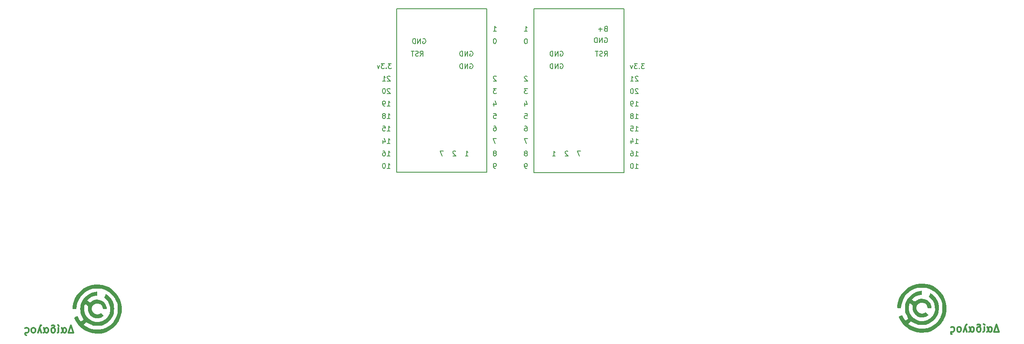
<source format=gbo>
G04 #@! TF.GenerationSoftware,KiCad,Pcbnew,8.0.8*
G04 #@! TF.CreationDate,2025-05-06T09:20:42+01:00*
G04 #@! TF.ProjectId,main_wired,6d61696e-5f77-4697-9265-642e6b696361,0.1*
G04 #@! TF.SameCoordinates,Original*
G04 #@! TF.FileFunction,Legend,Bot*
G04 #@! TF.FilePolarity,Positive*
%FSLAX46Y46*%
G04 Gerber Fmt 4.6, Leading zero omitted, Abs format (unit mm)*
G04 Created by KiCad (PCBNEW 8.0.8) date 2025-05-06 09:20:42*
%MOMM*%
%LPD*%
G01*
G04 APERTURE LIST*
%ADD10C,0.300000*%
%ADD11C,0.200000*%
%ADD12C,0.000000*%
%ADD13C,2.200000*%
%ADD14C,1.900000*%
%ADD15C,3.450000*%
%ADD16C,5.700000*%
%ADD17R,2.000000X2.000000*%
%ADD18C,2.000000*%
%ADD19R,3.200000X2.000000*%
%ADD20C,1.752600*%
G04 APERTURE END LIST*
D10*
X84660274Y-144643071D02*
X84160274Y-143143071D01*
X84160274Y-143143071D02*
X83660274Y-144643071D01*
X83660274Y-144643071D02*
X84660274Y-144643071D01*
X82303132Y-143643071D02*
X82517418Y-144357357D01*
X82517418Y-144357357D02*
X82588846Y-144500214D01*
X82588846Y-144500214D02*
X82660275Y-144571643D01*
X82660275Y-144571643D02*
X82803132Y-144643071D01*
X82803132Y-144643071D02*
X82945989Y-144643071D01*
X82945989Y-144643071D02*
X83088846Y-144571643D01*
X83088846Y-144571643D02*
X83160275Y-144500214D01*
X83160275Y-144500214D02*
X83231703Y-144285928D01*
X83231703Y-144285928D02*
X83231703Y-144000214D01*
X83231703Y-144000214D02*
X83160275Y-143785928D01*
X83160275Y-143785928D02*
X83088846Y-143714500D01*
X83088846Y-143714500D02*
X82945989Y-143643071D01*
X82945989Y-143643071D02*
X82803132Y-143643071D01*
X82803132Y-143643071D02*
X82660275Y-143714500D01*
X82660275Y-143714500D02*
X82588846Y-143785928D01*
X82588846Y-143785928D02*
X82517418Y-143928785D01*
X82517418Y-143928785D02*
X82445989Y-144428785D01*
X82445989Y-144428785D02*
X82374560Y-144571643D01*
X82374560Y-144571643D02*
X82231703Y-144643071D01*
X81660275Y-143643071D02*
X81660275Y-144428785D01*
X81660275Y-144428785D02*
X81588846Y-144571643D01*
X81588846Y-144571643D02*
X81445989Y-144643071D01*
X81517418Y-143071643D02*
X81731703Y-143285928D01*
X80445989Y-143643071D02*
X80660275Y-143643071D01*
X80660275Y-143643071D02*
X80803132Y-143714500D01*
X80803132Y-143714500D02*
X80874561Y-143785928D01*
X80874561Y-143785928D02*
X80945989Y-143928785D01*
X80945989Y-143928785D02*
X80945989Y-144357357D01*
X80945989Y-144357357D02*
X80874561Y-144500214D01*
X80874561Y-144500214D02*
X80803132Y-144571643D01*
X80803132Y-144571643D02*
X80660275Y-144643071D01*
X80660275Y-144643071D02*
X80445989Y-144643071D01*
X80445989Y-144643071D02*
X80303132Y-144571643D01*
X80303132Y-144571643D02*
X80231704Y-144500214D01*
X80231704Y-144500214D02*
X80160275Y-144357357D01*
X80160275Y-144357357D02*
X80160275Y-143928785D01*
X80160275Y-143928785D02*
X80231704Y-143785928D01*
X80231704Y-143785928D02*
X80303132Y-143714500D01*
X80303132Y-143714500D02*
X80445989Y-143643071D01*
X80445989Y-143643071D02*
X80660275Y-143571643D01*
X80660275Y-143571643D02*
X80803132Y-143500214D01*
X80803132Y-143500214D02*
X80874561Y-143357357D01*
X80874561Y-143357357D02*
X80803132Y-143214500D01*
X80803132Y-143214500D02*
X80660275Y-143143071D01*
X80660275Y-143143071D02*
X80374561Y-143143071D01*
X80374561Y-143143071D02*
X80231704Y-143214500D01*
X78660275Y-143643071D02*
X78874561Y-144357357D01*
X78874561Y-144357357D02*
X78945989Y-144500214D01*
X78945989Y-144500214D02*
X79017418Y-144571643D01*
X79017418Y-144571643D02*
X79160275Y-144643071D01*
X79160275Y-144643071D02*
X79303132Y-144643071D01*
X79303132Y-144643071D02*
X79445989Y-144571643D01*
X79445989Y-144571643D02*
X79517418Y-144500214D01*
X79517418Y-144500214D02*
X79588846Y-144285928D01*
X79588846Y-144285928D02*
X79588846Y-144000214D01*
X79588846Y-144000214D02*
X79517418Y-143785928D01*
X79517418Y-143785928D02*
X79445989Y-143714500D01*
X79445989Y-143714500D02*
X79303132Y-143643071D01*
X79303132Y-143643071D02*
X79160275Y-143643071D01*
X79160275Y-143643071D02*
X79017418Y-143714500D01*
X79017418Y-143714500D02*
X78945989Y-143785928D01*
X78945989Y-143785928D02*
X78874561Y-143928785D01*
X78874561Y-143928785D02*
X78803132Y-144428785D01*
X78803132Y-144428785D02*
X78731703Y-144571643D01*
X78731703Y-144571643D02*
X78588846Y-144643071D01*
X77803132Y-143643071D02*
X78160275Y-144643071D01*
X78160275Y-143143071D02*
X78017418Y-143143071D01*
X78017418Y-143143071D02*
X77945989Y-143214500D01*
X77945989Y-143214500D02*
X77803132Y-143643071D01*
X77803132Y-143643071D02*
X77445989Y-144643071D01*
X76660275Y-144643071D02*
X76803132Y-144571643D01*
X76803132Y-144571643D02*
X76874561Y-144500214D01*
X76874561Y-144500214D02*
X76945989Y-144357357D01*
X76945989Y-144357357D02*
X76945989Y-143928785D01*
X76945989Y-143928785D02*
X76874561Y-143785928D01*
X76874561Y-143785928D02*
X76803132Y-143714500D01*
X76803132Y-143714500D02*
X76660275Y-143643071D01*
X76660275Y-143643071D02*
X76445989Y-143643071D01*
X76445989Y-143643071D02*
X76303132Y-143714500D01*
X76303132Y-143714500D02*
X76231704Y-143785928D01*
X76231704Y-143785928D02*
X76160275Y-143928785D01*
X76160275Y-143928785D02*
X76160275Y-144357357D01*
X76160275Y-144357357D02*
X76231704Y-144500214D01*
X76231704Y-144500214D02*
X76303132Y-144571643D01*
X76303132Y-144571643D02*
X76445989Y-144643071D01*
X76445989Y-144643071D02*
X76660275Y-144643071D01*
X74874561Y-143714500D02*
X75017418Y-143643071D01*
X75017418Y-143643071D02*
X75303132Y-143643071D01*
X75303132Y-143643071D02*
X75445989Y-143714500D01*
X75445989Y-143714500D02*
X75517418Y-143785928D01*
X75517418Y-143785928D02*
X75588846Y-143928785D01*
X75588846Y-143928785D02*
X75588846Y-144357357D01*
X75588846Y-144357357D02*
X75517418Y-144500214D01*
X75517418Y-144500214D02*
X75445989Y-144571643D01*
X75445989Y-144571643D02*
X75303132Y-144643071D01*
X75303132Y-144643071D02*
X75088846Y-144643071D01*
X75088846Y-144643071D02*
X74945989Y-144714500D01*
X74945989Y-144714500D02*
X74874561Y-144857357D01*
X74874561Y-144857357D02*
X74874561Y-144928785D01*
X74874561Y-144928785D02*
X74945989Y-145071643D01*
X74945989Y-145071643D02*
X75088846Y-145143071D01*
X272559774Y-144464027D02*
X272059774Y-142964027D01*
X272059774Y-142964027D02*
X271559774Y-144464027D01*
X271559774Y-144464027D02*
X272559774Y-144464027D01*
X270202632Y-143464027D02*
X270416918Y-144178313D01*
X270416918Y-144178313D02*
X270488346Y-144321170D01*
X270488346Y-144321170D02*
X270559775Y-144392599D01*
X270559775Y-144392599D02*
X270702632Y-144464027D01*
X270702632Y-144464027D02*
X270845489Y-144464027D01*
X270845489Y-144464027D02*
X270988346Y-144392599D01*
X270988346Y-144392599D02*
X271059775Y-144321170D01*
X271059775Y-144321170D02*
X271131203Y-144106884D01*
X271131203Y-144106884D02*
X271131203Y-143821170D01*
X271131203Y-143821170D02*
X271059775Y-143606884D01*
X271059775Y-143606884D02*
X270988346Y-143535456D01*
X270988346Y-143535456D02*
X270845489Y-143464027D01*
X270845489Y-143464027D02*
X270702632Y-143464027D01*
X270702632Y-143464027D02*
X270559775Y-143535456D01*
X270559775Y-143535456D02*
X270488346Y-143606884D01*
X270488346Y-143606884D02*
X270416918Y-143749741D01*
X270416918Y-143749741D02*
X270345489Y-144249741D01*
X270345489Y-144249741D02*
X270274060Y-144392599D01*
X270274060Y-144392599D02*
X270131203Y-144464027D01*
X269559775Y-143464027D02*
X269559775Y-144249741D01*
X269559775Y-144249741D02*
X269488346Y-144392599D01*
X269488346Y-144392599D02*
X269345489Y-144464027D01*
X269416918Y-142892599D02*
X269631203Y-143106884D01*
X268345489Y-143464027D02*
X268559775Y-143464027D01*
X268559775Y-143464027D02*
X268702632Y-143535456D01*
X268702632Y-143535456D02*
X268774061Y-143606884D01*
X268774061Y-143606884D02*
X268845489Y-143749741D01*
X268845489Y-143749741D02*
X268845489Y-144178313D01*
X268845489Y-144178313D02*
X268774061Y-144321170D01*
X268774061Y-144321170D02*
X268702632Y-144392599D01*
X268702632Y-144392599D02*
X268559775Y-144464027D01*
X268559775Y-144464027D02*
X268345489Y-144464027D01*
X268345489Y-144464027D02*
X268202632Y-144392599D01*
X268202632Y-144392599D02*
X268131204Y-144321170D01*
X268131204Y-144321170D02*
X268059775Y-144178313D01*
X268059775Y-144178313D02*
X268059775Y-143749741D01*
X268059775Y-143749741D02*
X268131204Y-143606884D01*
X268131204Y-143606884D02*
X268202632Y-143535456D01*
X268202632Y-143535456D02*
X268345489Y-143464027D01*
X268345489Y-143464027D02*
X268559775Y-143392599D01*
X268559775Y-143392599D02*
X268702632Y-143321170D01*
X268702632Y-143321170D02*
X268774061Y-143178313D01*
X268774061Y-143178313D02*
X268702632Y-143035456D01*
X268702632Y-143035456D02*
X268559775Y-142964027D01*
X268559775Y-142964027D02*
X268274061Y-142964027D01*
X268274061Y-142964027D02*
X268131204Y-143035456D01*
X266559775Y-143464027D02*
X266774061Y-144178313D01*
X266774061Y-144178313D02*
X266845489Y-144321170D01*
X266845489Y-144321170D02*
X266916918Y-144392599D01*
X266916918Y-144392599D02*
X267059775Y-144464027D01*
X267059775Y-144464027D02*
X267202632Y-144464027D01*
X267202632Y-144464027D02*
X267345489Y-144392599D01*
X267345489Y-144392599D02*
X267416918Y-144321170D01*
X267416918Y-144321170D02*
X267488346Y-144106884D01*
X267488346Y-144106884D02*
X267488346Y-143821170D01*
X267488346Y-143821170D02*
X267416918Y-143606884D01*
X267416918Y-143606884D02*
X267345489Y-143535456D01*
X267345489Y-143535456D02*
X267202632Y-143464027D01*
X267202632Y-143464027D02*
X267059775Y-143464027D01*
X267059775Y-143464027D02*
X266916918Y-143535456D01*
X266916918Y-143535456D02*
X266845489Y-143606884D01*
X266845489Y-143606884D02*
X266774061Y-143749741D01*
X266774061Y-143749741D02*
X266702632Y-144249741D01*
X266702632Y-144249741D02*
X266631203Y-144392599D01*
X266631203Y-144392599D02*
X266488346Y-144464027D01*
X265702632Y-143464027D02*
X266059775Y-144464027D01*
X266059775Y-142964027D02*
X265916918Y-142964027D01*
X265916918Y-142964027D02*
X265845489Y-143035456D01*
X265845489Y-143035456D02*
X265702632Y-143464027D01*
X265702632Y-143464027D02*
X265345489Y-144464027D01*
X264559775Y-144464027D02*
X264702632Y-144392599D01*
X264702632Y-144392599D02*
X264774061Y-144321170D01*
X264774061Y-144321170D02*
X264845489Y-144178313D01*
X264845489Y-144178313D02*
X264845489Y-143749741D01*
X264845489Y-143749741D02*
X264774061Y-143606884D01*
X264774061Y-143606884D02*
X264702632Y-143535456D01*
X264702632Y-143535456D02*
X264559775Y-143464027D01*
X264559775Y-143464027D02*
X264345489Y-143464027D01*
X264345489Y-143464027D02*
X264202632Y-143535456D01*
X264202632Y-143535456D02*
X264131204Y-143606884D01*
X264131204Y-143606884D02*
X264059775Y-143749741D01*
X264059775Y-143749741D02*
X264059775Y-144178313D01*
X264059775Y-144178313D02*
X264131204Y-144321170D01*
X264131204Y-144321170D02*
X264202632Y-144392599D01*
X264202632Y-144392599D02*
X264345489Y-144464027D01*
X264345489Y-144464027D02*
X264559775Y-144464027D01*
X262774061Y-143535456D02*
X262916918Y-143464027D01*
X262916918Y-143464027D02*
X263202632Y-143464027D01*
X263202632Y-143464027D02*
X263345489Y-143535456D01*
X263345489Y-143535456D02*
X263416918Y-143606884D01*
X263416918Y-143606884D02*
X263488346Y-143749741D01*
X263488346Y-143749741D02*
X263488346Y-144178313D01*
X263488346Y-144178313D02*
X263416918Y-144321170D01*
X263416918Y-144321170D02*
X263345489Y-144392599D01*
X263345489Y-144392599D02*
X263202632Y-144464027D01*
X263202632Y-144464027D02*
X262988346Y-144464027D01*
X262988346Y-144464027D02*
X262845489Y-144535456D01*
X262845489Y-144535456D02*
X262774061Y-144678313D01*
X262774061Y-144678313D02*
X262774061Y-144749741D01*
X262774061Y-144749741D02*
X262845489Y-144892599D01*
X262845489Y-144892599D02*
X262988346Y-144964027D01*
D11*
X176803135Y-92534209D02*
X176755516Y-92486590D01*
X176755516Y-92486590D02*
X176660278Y-92438971D01*
X176660278Y-92438971D02*
X176422183Y-92438971D01*
X176422183Y-92438971D02*
X176326945Y-92486590D01*
X176326945Y-92486590D02*
X176279326Y-92534209D01*
X176279326Y-92534209D02*
X176231707Y-92629447D01*
X176231707Y-92629447D02*
X176231707Y-92724685D01*
X176231707Y-92724685D02*
X176279326Y-92867542D01*
X176279326Y-92867542D02*
X176850754Y-93438971D01*
X176850754Y-93438971D02*
X176231707Y-93438971D01*
X192506517Y-84663037D02*
X192601755Y-84615418D01*
X192601755Y-84615418D02*
X192744612Y-84615418D01*
X192744612Y-84615418D02*
X192887469Y-84663037D01*
X192887469Y-84663037D02*
X192982707Y-84758275D01*
X192982707Y-84758275D02*
X193030326Y-84853513D01*
X193030326Y-84853513D02*
X193077945Y-85043989D01*
X193077945Y-85043989D02*
X193077945Y-85186846D01*
X193077945Y-85186846D02*
X193030326Y-85377322D01*
X193030326Y-85377322D02*
X192982707Y-85472560D01*
X192982707Y-85472560D02*
X192887469Y-85567799D01*
X192887469Y-85567799D02*
X192744612Y-85615418D01*
X192744612Y-85615418D02*
X192649374Y-85615418D01*
X192649374Y-85615418D02*
X192506517Y-85567799D01*
X192506517Y-85567799D02*
X192458898Y-85520179D01*
X192458898Y-85520179D02*
X192458898Y-85186846D01*
X192458898Y-85186846D02*
X192649374Y-85186846D01*
X192030326Y-85615418D02*
X192030326Y-84615418D01*
X192030326Y-84615418D02*
X191458898Y-85615418D01*
X191458898Y-85615418D02*
X191458898Y-84615418D01*
X190982707Y-85615418D02*
X190982707Y-84615418D01*
X190982707Y-84615418D02*
X190744612Y-84615418D01*
X190744612Y-84615418D02*
X190601755Y-84663037D01*
X190601755Y-84663037D02*
X190506517Y-84758275D01*
X190506517Y-84758275D02*
X190458898Y-84853513D01*
X190458898Y-84853513D02*
X190411279Y-85043989D01*
X190411279Y-85043989D02*
X190411279Y-85186846D01*
X190411279Y-85186846D02*
X190458898Y-85377322D01*
X190458898Y-85377322D02*
X190506517Y-85472560D01*
X190506517Y-85472560D02*
X190601755Y-85567799D01*
X190601755Y-85567799D02*
X190744612Y-85615418D01*
X190744612Y-85615418D02*
X190982707Y-85615418D01*
X192436340Y-88358971D02*
X192769673Y-87882780D01*
X193007768Y-88358971D02*
X193007768Y-87358971D01*
X193007768Y-87358971D02*
X192626816Y-87358971D01*
X192626816Y-87358971D02*
X192531578Y-87406590D01*
X192531578Y-87406590D02*
X192483959Y-87454209D01*
X192483959Y-87454209D02*
X192436340Y-87549447D01*
X192436340Y-87549447D02*
X192436340Y-87692304D01*
X192436340Y-87692304D02*
X192483959Y-87787542D01*
X192483959Y-87787542D02*
X192531578Y-87835161D01*
X192531578Y-87835161D02*
X192626816Y-87882780D01*
X192626816Y-87882780D02*
X193007768Y-87882780D01*
X192055387Y-88311352D02*
X191912530Y-88358971D01*
X191912530Y-88358971D02*
X191674435Y-88358971D01*
X191674435Y-88358971D02*
X191579197Y-88311352D01*
X191579197Y-88311352D02*
X191531578Y-88263732D01*
X191531578Y-88263732D02*
X191483959Y-88168494D01*
X191483959Y-88168494D02*
X191483959Y-88073256D01*
X191483959Y-88073256D02*
X191531578Y-87978018D01*
X191531578Y-87978018D02*
X191579197Y-87930399D01*
X191579197Y-87930399D02*
X191674435Y-87882780D01*
X191674435Y-87882780D02*
X191864911Y-87835161D01*
X191864911Y-87835161D02*
X191960149Y-87787542D01*
X191960149Y-87787542D02*
X192007768Y-87739923D01*
X192007768Y-87739923D02*
X192055387Y-87644685D01*
X192055387Y-87644685D02*
X192055387Y-87549447D01*
X192055387Y-87549447D02*
X192007768Y-87454209D01*
X192007768Y-87454209D02*
X191960149Y-87406590D01*
X191960149Y-87406590D02*
X191864911Y-87358971D01*
X191864911Y-87358971D02*
X191626816Y-87358971D01*
X191626816Y-87358971D02*
X191483959Y-87406590D01*
X191198244Y-87358971D02*
X190626816Y-87358971D01*
X190912530Y-88358971D02*
X190912530Y-87358971D01*
X176850754Y-94978971D02*
X176231707Y-94978971D01*
X176231707Y-94978971D02*
X176565040Y-95359923D01*
X176565040Y-95359923D02*
X176422183Y-95359923D01*
X176422183Y-95359923D02*
X176326945Y-95407542D01*
X176326945Y-95407542D02*
X176279326Y-95455161D01*
X176279326Y-95455161D02*
X176231707Y-95550399D01*
X176231707Y-95550399D02*
X176231707Y-95788494D01*
X176231707Y-95788494D02*
X176279326Y-95883732D01*
X176279326Y-95883732D02*
X176326945Y-95931352D01*
X176326945Y-95931352D02*
X176422183Y-95978971D01*
X176422183Y-95978971D02*
X176707897Y-95978971D01*
X176707897Y-95978971D02*
X176803135Y-95931352D01*
X176803135Y-95931352D02*
X176850754Y-95883732D01*
X198719624Y-108678971D02*
X199291052Y-108678971D01*
X199005338Y-108678971D02*
X199005338Y-107678971D01*
X199005338Y-107678971D02*
X199100576Y-107821828D01*
X199100576Y-107821828D02*
X199195814Y-107917066D01*
X199195814Y-107917066D02*
X199291052Y-107964685D01*
X197862481Y-107678971D02*
X198052957Y-107678971D01*
X198052957Y-107678971D02*
X198148195Y-107726590D01*
X198148195Y-107726590D02*
X198195814Y-107774209D01*
X198195814Y-107774209D02*
X198291052Y-107917066D01*
X198291052Y-107917066D02*
X198338671Y-108107542D01*
X198338671Y-108107542D02*
X198338671Y-108488494D01*
X198338671Y-108488494D02*
X198291052Y-108583732D01*
X198291052Y-108583732D02*
X198243433Y-108631352D01*
X198243433Y-108631352D02*
X198148195Y-108678971D01*
X198148195Y-108678971D02*
X197957719Y-108678971D01*
X197957719Y-108678971D02*
X197862481Y-108631352D01*
X197862481Y-108631352D02*
X197814862Y-108583732D01*
X197814862Y-108583732D02*
X197767243Y-108488494D01*
X197767243Y-108488494D02*
X197767243Y-108250399D01*
X197767243Y-108250399D02*
X197814862Y-108155161D01*
X197814862Y-108155161D02*
X197862481Y-108107542D01*
X197862481Y-108107542D02*
X197957719Y-108059923D01*
X197957719Y-108059923D02*
X198148195Y-108059923D01*
X198148195Y-108059923D02*
X198243433Y-108107542D01*
X198243433Y-108107542D02*
X198291052Y-108155161D01*
X198291052Y-108155161D02*
X198338671Y-108250399D01*
X176612659Y-108107542D02*
X176707897Y-108059923D01*
X176707897Y-108059923D02*
X176755516Y-108012304D01*
X176755516Y-108012304D02*
X176803135Y-107917066D01*
X176803135Y-107917066D02*
X176803135Y-107869447D01*
X176803135Y-107869447D02*
X176755516Y-107774209D01*
X176755516Y-107774209D02*
X176707897Y-107726590D01*
X176707897Y-107726590D02*
X176612659Y-107678971D01*
X176612659Y-107678971D02*
X176422183Y-107678971D01*
X176422183Y-107678971D02*
X176326945Y-107726590D01*
X176326945Y-107726590D02*
X176279326Y-107774209D01*
X176279326Y-107774209D02*
X176231707Y-107869447D01*
X176231707Y-107869447D02*
X176231707Y-107917066D01*
X176231707Y-107917066D02*
X176279326Y-108012304D01*
X176279326Y-108012304D02*
X176326945Y-108059923D01*
X176326945Y-108059923D02*
X176422183Y-108107542D01*
X176422183Y-108107542D02*
X176612659Y-108107542D01*
X176612659Y-108107542D02*
X176707897Y-108155161D01*
X176707897Y-108155161D02*
X176755516Y-108202780D01*
X176755516Y-108202780D02*
X176803135Y-108298018D01*
X176803135Y-108298018D02*
X176803135Y-108488494D01*
X176803135Y-108488494D02*
X176755516Y-108583732D01*
X176755516Y-108583732D02*
X176707897Y-108631352D01*
X176707897Y-108631352D02*
X176612659Y-108678971D01*
X176612659Y-108678971D02*
X176422183Y-108678971D01*
X176422183Y-108678971D02*
X176326945Y-108631352D01*
X176326945Y-108631352D02*
X176279326Y-108583732D01*
X176279326Y-108583732D02*
X176231707Y-108488494D01*
X176231707Y-108488494D02*
X176231707Y-108298018D01*
X176231707Y-108298018D02*
X176279326Y-108202780D01*
X176279326Y-108202780D02*
X176326945Y-108155161D01*
X176326945Y-108155161D02*
X176422183Y-108107542D01*
X176565040Y-84818972D02*
X176469802Y-84818972D01*
X176469802Y-84818972D02*
X176374564Y-84866591D01*
X176374564Y-84866591D02*
X176326945Y-84914210D01*
X176326945Y-84914210D02*
X176279326Y-85009448D01*
X176279326Y-85009448D02*
X176231707Y-85199924D01*
X176231707Y-85199924D02*
X176231707Y-85438019D01*
X176231707Y-85438019D02*
X176279326Y-85628495D01*
X176279326Y-85628495D02*
X176326945Y-85723733D01*
X176326945Y-85723733D02*
X176374564Y-85771353D01*
X176374564Y-85771353D02*
X176469802Y-85818972D01*
X176469802Y-85818972D02*
X176565040Y-85818972D01*
X176565040Y-85818972D02*
X176660278Y-85771353D01*
X176660278Y-85771353D02*
X176707897Y-85723733D01*
X176707897Y-85723733D02*
X176755516Y-85628495D01*
X176755516Y-85628495D02*
X176803135Y-85438019D01*
X176803135Y-85438019D02*
X176803135Y-85199924D01*
X176803135Y-85199924D02*
X176755516Y-85009448D01*
X176755516Y-85009448D02*
X176707897Y-84914210D01*
X176707897Y-84914210D02*
X176660278Y-84866591D01*
X176660278Y-84866591D02*
X176565040Y-84818972D01*
X187618522Y-107678969D02*
X186951856Y-107678969D01*
X186951856Y-107678969D02*
X187380427Y-108678969D01*
X181919475Y-108678971D02*
X182490903Y-108678971D01*
X182205189Y-108678971D02*
X182205189Y-107678971D01*
X182205189Y-107678971D02*
X182300427Y-107821828D01*
X182300427Y-107821828D02*
X182395665Y-107917066D01*
X182395665Y-107917066D02*
X182490903Y-107964685D01*
X183506517Y-89946590D02*
X183601755Y-89898971D01*
X183601755Y-89898971D02*
X183744612Y-89898971D01*
X183744612Y-89898971D02*
X183887469Y-89946590D01*
X183887469Y-89946590D02*
X183982707Y-90041828D01*
X183982707Y-90041828D02*
X184030326Y-90137066D01*
X184030326Y-90137066D02*
X184077945Y-90327542D01*
X184077945Y-90327542D02*
X184077945Y-90470399D01*
X184077945Y-90470399D02*
X184030326Y-90660875D01*
X184030326Y-90660875D02*
X183982707Y-90756113D01*
X183982707Y-90756113D02*
X183887469Y-90851352D01*
X183887469Y-90851352D02*
X183744612Y-90898971D01*
X183744612Y-90898971D02*
X183649374Y-90898971D01*
X183649374Y-90898971D02*
X183506517Y-90851352D01*
X183506517Y-90851352D02*
X183458898Y-90803732D01*
X183458898Y-90803732D02*
X183458898Y-90470399D01*
X183458898Y-90470399D02*
X183649374Y-90470399D01*
X183030326Y-90898971D02*
X183030326Y-89898971D01*
X183030326Y-89898971D02*
X182458898Y-90898971D01*
X182458898Y-90898971D02*
X182458898Y-89898971D01*
X181982707Y-90898971D02*
X181982707Y-89898971D01*
X181982707Y-89898971D02*
X181744612Y-89898971D01*
X181744612Y-89898971D02*
X181601755Y-89946590D01*
X181601755Y-89946590D02*
X181506517Y-90041828D01*
X181506517Y-90041828D02*
X181458898Y-90137066D01*
X181458898Y-90137066D02*
X181411279Y-90327542D01*
X181411279Y-90327542D02*
X181411279Y-90470399D01*
X181411279Y-90470399D02*
X181458898Y-90660875D01*
X181458898Y-90660875D02*
X181506517Y-90756113D01*
X181506517Y-90756113D02*
X181601755Y-90851352D01*
X181601755Y-90851352D02*
X181744612Y-90898971D01*
X181744612Y-90898971D02*
X181982707Y-90898971D01*
X199291053Y-95074209D02*
X199243434Y-95026590D01*
X199243434Y-95026590D02*
X199148196Y-94978971D01*
X199148196Y-94978971D02*
X198910101Y-94978971D01*
X198910101Y-94978971D02*
X198814863Y-95026590D01*
X198814863Y-95026590D02*
X198767244Y-95074209D01*
X198767244Y-95074209D02*
X198719625Y-95169447D01*
X198719625Y-95169447D02*
X198719625Y-95264685D01*
X198719625Y-95264685D02*
X198767244Y-95407542D01*
X198767244Y-95407542D02*
X199338672Y-95978971D01*
X199338672Y-95978971D02*
X198719625Y-95978971D01*
X198100577Y-94978971D02*
X198005339Y-94978971D01*
X198005339Y-94978971D02*
X197910101Y-95026590D01*
X197910101Y-95026590D02*
X197862482Y-95074209D01*
X197862482Y-95074209D02*
X197814863Y-95169447D01*
X197814863Y-95169447D02*
X197767244Y-95359923D01*
X197767244Y-95359923D02*
X197767244Y-95598018D01*
X197767244Y-95598018D02*
X197814863Y-95788494D01*
X197814863Y-95788494D02*
X197862482Y-95883732D01*
X197862482Y-95883732D02*
X197910101Y-95931352D01*
X197910101Y-95931352D02*
X198005339Y-95978971D01*
X198005339Y-95978971D02*
X198100577Y-95978971D01*
X198100577Y-95978971D02*
X198195815Y-95931352D01*
X198195815Y-95931352D02*
X198243434Y-95883732D01*
X198243434Y-95883732D02*
X198291053Y-95788494D01*
X198291053Y-95788494D02*
X198338672Y-95598018D01*
X198338672Y-95598018D02*
X198338672Y-95359923D01*
X198338672Y-95359923D02*
X198291053Y-95169447D01*
X198291053Y-95169447D02*
X198243434Y-95074209D01*
X198243434Y-95074209D02*
X198195815Y-95026590D01*
X198195815Y-95026590D02*
X198100577Y-94978971D01*
X176707897Y-111218971D02*
X176517421Y-111218971D01*
X176517421Y-111218971D02*
X176422183Y-111171352D01*
X176422183Y-111171352D02*
X176374564Y-111123732D01*
X176374564Y-111123732D02*
X176279326Y-110980875D01*
X176279326Y-110980875D02*
X176231707Y-110790399D01*
X176231707Y-110790399D02*
X176231707Y-110409447D01*
X176231707Y-110409447D02*
X176279326Y-110314209D01*
X176279326Y-110314209D02*
X176326945Y-110266590D01*
X176326945Y-110266590D02*
X176422183Y-110218971D01*
X176422183Y-110218971D02*
X176612659Y-110218971D01*
X176612659Y-110218971D02*
X176707897Y-110266590D01*
X176707897Y-110266590D02*
X176755516Y-110314209D01*
X176755516Y-110314209D02*
X176803135Y-110409447D01*
X176803135Y-110409447D02*
X176803135Y-110647542D01*
X176803135Y-110647542D02*
X176755516Y-110742780D01*
X176755516Y-110742780D02*
X176707897Y-110790399D01*
X176707897Y-110790399D02*
X176612659Y-110838018D01*
X176612659Y-110838018D02*
X176422183Y-110838018D01*
X176422183Y-110838018D02*
X176326945Y-110790399D01*
X176326945Y-110790399D02*
X176279326Y-110742780D01*
X176279326Y-110742780D02*
X176231707Y-110647542D01*
X200576767Y-89898971D02*
X199957720Y-89898971D01*
X199957720Y-89898971D02*
X200291053Y-90279923D01*
X200291053Y-90279923D02*
X200148196Y-90279923D01*
X200148196Y-90279923D02*
X200052958Y-90327542D01*
X200052958Y-90327542D02*
X200005339Y-90375161D01*
X200005339Y-90375161D02*
X199957720Y-90470399D01*
X199957720Y-90470399D02*
X199957720Y-90708494D01*
X199957720Y-90708494D02*
X200005339Y-90803732D01*
X200005339Y-90803732D02*
X200052958Y-90851352D01*
X200052958Y-90851352D02*
X200148196Y-90898971D01*
X200148196Y-90898971D02*
X200433910Y-90898971D01*
X200433910Y-90898971D02*
X200529148Y-90851352D01*
X200529148Y-90851352D02*
X200576767Y-90803732D01*
X199529148Y-90803732D02*
X199481529Y-90851352D01*
X199481529Y-90851352D02*
X199529148Y-90898971D01*
X199529148Y-90898971D02*
X199576767Y-90851352D01*
X199576767Y-90851352D02*
X199529148Y-90803732D01*
X199529148Y-90803732D02*
X199529148Y-90898971D01*
X199148196Y-89898971D02*
X198529149Y-89898971D01*
X198529149Y-89898971D02*
X198862482Y-90279923D01*
X198862482Y-90279923D02*
X198719625Y-90279923D01*
X198719625Y-90279923D02*
X198624387Y-90327542D01*
X198624387Y-90327542D02*
X198576768Y-90375161D01*
X198576768Y-90375161D02*
X198529149Y-90470399D01*
X198529149Y-90470399D02*
X198529149Y-90708494D01*
X198529149Y-90708494D02*
X198576768Y-90803732D01*
X198576768Y-90803732D02*
X198624387Y-90851352D01*
X198624387Y-90851352D02*
X198719625Y-90898971D01*
X198719625Y-90898971D02*
X199005339Y-90898971D01*
X199005339Y-90898971D02*
X199100577Y-90851352D01*
X199100577Y-90851352D02*
X199148196Y-90803732D01*
X198195815Y-90232304D02*
X197957720Y-90898971D01*
X197957720Y-90898971D02*
X197719625Y-90232304D01*
X198719625Y-101058971D02*
X199291053Y-101058971D01*
X199005339Y-101058971D02*
X199005339Y-100058971D01*
X199005339Y-100058971D02*
X199100577Y-100201828D01*
X199100577Y-100201828D02*
X199195815Y-100297066D01*
X199195815Y-100297066D02*
X199291053Y-100344685D01*
X198148196Y-100487542D02*
X198243434Y-100439923D01*
X198243434Y-100439923D02*
X198291053Y-100392304D01*
X198291053Y-100392304D02*
X198338672Y-100297066D01*
X198338672Y-100297066D02*
X198338672Y-100249447D01*
X198338672Y-100249447D02*
X198291053Y-100154209D01*
X198291053Y-100154209D02*
X198243434Y-100106590D01*
X198243434Y-100106590D02*
X198148196Y-100058971D01*
X198148196Y-100058971D02*
X197957720Y-100058971D01*
X197957720Y-100058971D02*
X197862482Y-100106590D01*
X197862482Y-100106590D02*
X197814863Y-100154209D01*
X197814863Y-100154209D02*
X197767244Y-100249447D01*
X197767244Y-100249447D02*
X197767244Y-100297066D01*
X197767244Y-100297066D02*
X197814863Y-100392304D01*
X197814863Y-100392304D02*
X197862482Y-100439923D01*
X197862482Y-100439923D02*
X197957720Y-100487542D01*
X197957720Y-100487542D02*
X198148196Y-100487542D01*
X198148196Y-100487542D02*
X198243434Y-100535161D01*
X198243434Y-100535161D02*
X198291053Y-100582780D01*
X198291053Y-100582780D02*
X198338672Y-100678018D01*
X198338672Y-100678018D02*
X198338672Y-100868494D01*
X198338672Y-100868494D02*
X198291053Y-100963732D01*
X198291053Y-100963732D02*
X198243434Y-101011352D01*
X198243434Y-101011352D02*
X198148196Y-101058971D01*
X198148196Y-101058971D02*
X197957720Y-101058971D01*
X197957720Y-101058971D02*
X197862482Y-101011352D01*
X197862482Y-101011352D02*
X197814863Y-100963732D01*
X197814863Y-100963732D02*
X197767244Y-100868494D01*
X197767244Y-100868494D02*
X197767244Y-100678018D01*
X197767244Y-100678018D02*
X197814863Y-100582780D01*
X197814863Y-100582780D02*
X197862482Y-100535161D01*
X197862482Y-100535161D02*
X197957720Y-100487542D01*
X198719625Y-106138971D02*
X199291053Y-106138971D01*
X199005339Y-106138971D02*
X199005339Y-105138971D01*
X199005339Y-105138971D02*
X199100577Y-105281828D01*
X199100577Y-105281828D02*
X199195815Y-105377066D01*
X199195815Y-105377066D02*
X199291053Y-105424685D01*
X197862482Y-105472304D02*
X197862482Y-106138971D01*
X198100577Y-105091352D02*
X198338672Y-105805637D01*
X198338672Y-105805637D02*
X197719625Y-105805637D01*
X176326945Y-102598971D02*
X176517421Y-102598971D01*
X176517421Y-102598971D02*
X176612659Y-102646590D01*
X176612659Y-102646590D02*
X176660278Y-102694209D01*
X176660278Y-102694209D02*
X176755516Y-102837066D01*
X176755516Y-102837066D02*
X176803135Y-103027542D01*
X176803135Y-103027542D02*
X176803135Y-103408494D01*
X176803135Y-103408494D02*
X176755516Y-103503732D01*
X176755516Y-103503732D02*
X176707897Y-103551352D01*
X176707897Y-103551352D02*
X176612659Y-103598971D01*
X176612659Y-103598971D02*
X176422183Y-103598971D01*
X176422183Y-103598971D02*
X176326945Y-103551352D01*
X176326945Y-103551352D02*
X176279326Y-103503732D01*
X176279326Y-103503732D02*
X176231707Y-103408494D01*
X176231707Y-103408494D02*
X176231707Y-103170399D01*
X176231707Y-103170399D02*
X176279326Y-103075161D01*
X176279326Y-103075161D02*
X176326945Y-103027542D01*
X176326945Y-103027542D02*
X176422183Y-102979923D01*
X176422183Y-102979923D02*
X176612659Y-102979923D01*
X176612659Y-102979923D02*
X176707897Y-103027542D01*
X176707897Y-103027542D02*
X176755516Y-103075161D01*
X176755516Y-103075161D02*
X176803135Y-103170399D01*
X176326945Y-97852304D02*
X176326945Y-98518971D01*
X176565040Y-97471352D02*
X176803135Y-98185637D01*
X176803135Y-98185637D02*
X176184088Y-98185637D01*
X198719625Y-103598971D02*
X199291053Y-103598971D01*
X199005339Y-103598971D02*
X199005339Y-102598971D01*
X199005339Y-102598971D02*
X199100577Y-102741828D01*
X199100577Y-102741828D02*
X199195815Y-102837066D01*
X199195815Y-102837066D02*
X199291053Y-102884685D01*
X197814863Y-102598971D02*
X198291053Y-102598971D01*
X198291053Y-102598971D02*
X198338672Y-103075161D01*
X198338672Y-103075161D02*
X198291053Y-103027542D01*
X198291053Y-103027542D02*
X198195815Y-102979923D01*
X198195815Y-102979923D02*
X197957720Y-102979923D01*
X197957720Y-102979923D02*
X197862482Y-103027542D01*
X197862482Y-103027542D02*
X197814863Y-103075161D01*
X197814863Y-103075161D02*
X197767244Y-103170399D01*
X197767244Y-103170399D02*
X197767244Y-103408494D01*
X197767244Y-103408494D02*
X197814863Y-103503732D01*
X197814863Y-103503732D02*
X197862482Y-103551352D01*
X197862482Y-103551352D02*
X197957720Y-103598971D01*
X197957720Y-103598971D02*
X198195815Y-103598971D01*
X198195815Y-103598971D02*
X198291053Y-103551352D01*
X198291053Y-103551352D02*
X198338672Y-103503732D01*
X185030903Y-107774209D02*
X184983284Y-107726590D01*
X184983284Y-107726590D02*
X184888046Y-107678971D01*
X184888046Y-107678971D02*
X184649951Y-107678971D01*
X184649951Y-107678971D02*
X184554713Y-107726590D01*
X184554713Y-107726590D02*
X184507094Y-107774209D01*
X184507094Y-107774209D02*
X184459475Y-107869447D01*
X184459475Y-107869447D02*
X184459475Y-107964685D01*
X184459475Y-107964685D02*
X184507094Y-108107542D01*
X184507094Y-108107542D02*
X185078522Y-108678971D01*
X185078522Y-108678971D02*
X184459475Y-108678971D01*
X183506517Y-87406590D02*
X183601755Y-87358971D01*
X183601755Y-87358971D02*
X183744612Y-87358971D01*
X183744612Y-87358971D02*
X183887469Y-87406590D01*
X183887469Y-87406590D02*
X183982707Y-87501828D01*
X183982707Y-87501828D02*
X184030326Y-87597066D01*
X184030326Y-87597066D02*
X184077945Y-87787542D01*
X184077945Y-87787542D02*
X184077945Y-87930399D01*
X184077945Y-87930399D02*
X184030326Y-88120875D01*
X184030326Y-88120875D02*
X183982707Y-88216113D01*
X183982707Y-88216113D02*
X183887469Y-88311352D01*
X183887469Y-88311352D02*
X183744612Y-88358971D01*
X183744612Y-88358971D02*
X183649374Y-88358971D01*
X183649374Y-88358971D02*
X183506517Y-88311352D01*
X183506517Y-88311352D02*
X183458898Y-88263732D01*
X183458898Y-88263732D02*
X183458898Y-87930399D01*
X183458898Y-87930399D02*
X183649374Y-87930399D01*
X183030326Y-88358971D02*
X183030326Y-87358971D01*
X183030326Y-87358971D02*
X182458898Y-88358971D01*
X182458898Y-88358971D02*
X182458898Y-87358971D01*
X181982707Y-88358971D02*
X181982707Y-87358971D01*
X181982707Y-87358971D02*
X181744612Y-87358971D01*
X181744612Y-87358971D02*
X181601755Y-87406590D01*
X181601755Y-87406590D02*
X181506517Y-87501828D01*
X181506517Y-87501828D02*
X181458898Y-87597066D01*
X181458898Y-87597066D02*
X181411279Y-87787542D01*
X181411279Y-87787542D02*
X181411279Y-87930399D01*
X181411279Y-87930399D02*
X181458898Y-88120875D01*
X181458898Y-88120875D02*
X181506517Y-88216113D01*
X181506517Y-88216113D02*
X181601755Y-88311352D01*
X181601755Y-88311352D02*
X181744612Y-88358971D01*
X181744612Y-88358971D02*
X181982707Y-88358971D01*
X198719626Y-98518971D02*
X199291054Y-98518971D01*
X199005340Y-98518971D02*
X199005340Y-97518971D01*
X199005340Y-97518971D02*
X199100578Y-97661828D01*
X199100578Y-97661828D02*
X199195816Y-97757066D01*
X199195816Y-97757066D02*
X199291054Y-97804685D01*
X198243435Y-98518971D02*
X198052959Y-98518971D01*
X198052959Y-98518971D02*
X197957721Y-98471352D01*
X197957721Y-98471352D02*
X197910102Y-98423732D01*
X197910102Y-98423732D02*
X197814864Y-98280875D01*
X197814864Y-98280875D02*
X197767245Y-98090399D01*
X197767245Y-98090399D02*
X197767245Y-97709447D01*
X197767245Y-97709447D02*
X197814864Y-97614209D01*
X197814864Y-97614209D02*
X197862483Y-97566590D01*
X197862483Y-97566590D02*
X197957721Y-97518971D01*
X197957721Y-97518971D02*
X198148197Y-97518971D01*
X198148197Y-97518971D02*
X198243435Y-97566590D01*
X198243435Y-97566590D02*
X198291054Y-97614209D01*
X198291054Y-97614209D02*
X198338673Y-97709447D01*
X198338673Y-97709447D02*
X198338673Y-97947542D01*
X198338673Y-97947542D02*
X198291054Y-98042780D01*
X198291054Y-98042780D02*
X198243435Y-98090399D01*
X198243435Y-98090399D02*
X198148197Y-98138018D01*
X198148197Y-98138018D02*
X197957721Y-98138018D01*
X197957721Y-98138018D02*
X197862483Y-98090399D01*
X197862483Y-98090399D02*
X197814864Y-98042780D01*
X197814864Y-98042780D02*
X197767245Y-97947542D01*
X176231707Y-83278971D02*
X176803135Y-83278971D01*
X176517421Y-83278971D02*
X176517421Y-82278971D01*
X176517421Y-82278971D02*
X176612659Y-82421828D01*
X176612659Y-82421828D02*
X176707897Y-82517066D01*
X176707897Y-82517066D02*
X176803135Y-82564685D01*
X199291051Y-92534210D02*
X199243432Y-92486591D01*
X199243432Y-92486591D02*
X199148194Y-92438972D01*
X199148194Y-92438972D02*
X198910099Y-92438972D01*
X198910099Y-92438972D02*
X198814861Y-92486591D01*
X198814861Y-92486591D02*
X198767242Y-92534210D01*
X198767242Y-92534210D02*
X198719623Y-92629448D01*
X198719623Y-92629448D02*
X198719623Y-92724686D01*
X198719623Y-92724686D02*
X198767242Y-92867543D01*
X198767242Y-92867543D02*
X199338670Y-93438972D01*
X199338670Y-93438972D02*
X198719623Y-93438972D01*
X197767242Y-93438972D02*
X198338670Y-93438972D01*
X198052956Y-93438972D02*
X198052956Y-92438972D01*
X198052956Y-92438972D02*
X198148194Y-92581829D01*
X198148194Y-92581829D02*
X198243432Y-92677067D01*
X198243432Y-92677067D02*
X198338670Y-92724686D01*
X198719625Y-111218971D02*
X199291053Y-111218971D01*
X199005339Y-111218971D02*
X199005339Y-110218971D01*
X199005339Y-110218971D02*
X199100577Y-110361828D01*
X199100577Y-110361828D02*
X199195815Y-110457066D01*
X199195815Y-110457066D02*
X199291053Y-110504685D01*
X198100577Y-110218971D02*
X198005339Y-110218971D01*
X198005339Y-110218971D02*
X197910101Y-110266590D01*
X197910101Y-110266590D02*
X197862482Y-110314209D01*
X197862482Y-110314209D02*
X197814863Y-110409447D01*
X197814863Y-110409447D02*
X197767244Y-110599923D01*
X197767244Y-110599923D02*
X197767244Y-110838018D01*
X197767244Y-110838018D02*
X197814863Y-111028494D01*
X197814863Y-111028494D02*
X197862482Y-111123732D01*
X197862482Y-111123732D02*
X197910101Y-111171352D01*
X197910101Y-111171352D02*
X198005339Y-111218971D01*
X198005339Y-111218971D02*
X198100577Y-111218971D01*
X198100577Y-111218971D02*
X198195815Y-111171352D01*
X198195815Y-111171352D02*
X198243434Y-111123732D01*
X198243434Y-111123732D02*
X198291053Y-111028494D01*
X198291053Y-111028494D02*
X198338672Y-110838018D01*
X198338672Y-110838018D02*
X198338672Y-110599923D01*
X198338672Y-110599923D02*
X198291053Y-110409447D01*
X198291053Y-110409447D02*
X198243434Y-110314209D01*
X198243434Y-110314209D02*
X198195815Y-110266590D01*
X198195815Y-110266590D02*
X198100577Y-110218971D01*
X176850754Y-105138971D02*
X176184088Y-105138971D01*
X176184088Y-105138971D02*
X176612659Y-106138971D01*
X192698244Y-82755161D02*
X192555387Y-82802780D01*
X192555387Y-82802780D02*
X192507768Y-82850399D01*
X192507768Y-82850399D02*
X192460149Y-82945637D01*
X192460149Y-82945637D02*
X192460149Y-83088494D01*
X192460149Y-83088494D02*
X192507768Y-83183732D01*
X192507768Y-83183732D02*
X192555387Y-83231352D01*
X192555387Y-83231352D02*
X192650625Y-83278971D01*
X192650625Y-83278971D02*
X193031577Y-83278971D01*
X193031577Y-83278971D02*
X193031577Y-82278971D01*
X193031577Y-82278971D02*
X192698244Y-82278971D01*
X192698244Y-82278971D02*
X192603006Y-82326590D01*
X192603006Y-82326590D02*
X192555387Y-82374209D01*
X192555387Y-82374209D02*
X192507768Y-82469447D01*
X192507768Y-82469447D02*
X192507768Y-82564685D01*
X192507768Y-82564685D02*
X192555387Y-82659923D01*
X192555387Y-82659923D02*
X192603006Y-82707542D01*
X192603006Y-82707542D02*
X192698244Y-82755161D01*
X192698244Y-82755161D02*
X193031577Y-82755161D01*
X192031577Y-82898018D02*
X191269673Y-82898018D01*
X191650625Y-83278971D02*
X191650625Y-82517066D01*
X176279326Y-100058971D02*
X176755516Y-100058971D01*
X176755516Y-100058971D02*
X176803135Y-100535161D01*
X176803135Y-100535161D02*
X176755516Y-100487542D01*
X176755516Y-100487542D02*
X176660278Y-100439923D01*
X176660278Y-100439923D02*
X176422183Y-100439923D01*
X176422183Y-100439923D02*
X176326945Y-100487542D01*
X176326945Y-100487542D02*
X176279326Y-100535161D01*
X176279326Y-100535161D02*
X176231707Y-100630399D01*
X176231707Y-100630399D02*
X176231707Y-100868494D01*
X176231707Y-100868494D02*
X176279326Y-100963732D01*
X176279326Y-100963732D02*
X176326945Y-101011352D01*
X176326945Y-101011352D02*
X176422183Y-101058971D01*
X176422183Y-101058971D02*
X176660278Y-101058971D01*
X176660278Y-101058971D02*
X176755516Y-101011352D01*
X176755516Y-101011352D02*
X176803135Y-100963732D01*
X169917491Y-83257845D02*
X170488919Y-83257845D01*
X170203205Y-83257845D02*
X170203205Y-82257845D01*
X170203205Y-82257845D02*
X170298443Y-82400702D01*
X170298443Y-82400702D02*
X170393681Y-82495940D01*
X170393681Y-82495940D02*
X170488919Y-82543559D01*
X169965111Y-100037845D02*
X170441301Y-100037845D01*
X170441301Y-100037845D02*
X170488920Y-100514035D01*
X170488920Y-100514035D02*
X170441301Y-100466416D01*
X170441301Y-100466416D02*
X170346063Y-100418797D01*
X170346063Y-100418797D02*
X170107968Y-100418797D01*
X170107968Y-100418797D02*
X170012730Y-100466416D01*
X170012730Y-100466416D02*
X169965111Y-100514035D01*
X169965111Y-100514035D02*
X169917492Y-100609273D01*
X169917492Y-100609273D02*
X169917492Y-100847368D01*
X169917492Y-100847368D02*
X169965111Y-100942606D01*
X169965111Y-100942606D02*
X170012730Y-100990226D01*
X170012730Y-100990226D02*
X170107968Y-101037845D01*
X170107968Y-101037845D02*
X170346063Y-101037845D01*
X170346063Y-101037845D02*
X170441301Y-100990226D01*
X170441301Y-100990226D02*
X170488920Y-100942606D01*
X149226064Y-89877845D02*
X148607017Y-89877845D01*
X148607017Y-89877845D02*
X148940350Y-90258797D01*
X148940350Y-90258797D02*
X148797493Y-90258797D01*
X148797493Y-90258797D02*
X148702255Y-90306416D01*
X148702255Y-90306416D02*
X148654636Y-90354035D01*
X148654636Y-90354035D02*
X148607017Y-90449273D01*
X148607017Y-90449273D02*
X148607017Y-90687368D01*
X148607017Y-90687368D02*
X148654636Y-90782606D01*
X148654636Y-90782606D02*
X148702255Y-90830226D01*
X148702255Y-90830226D02*
X148797493Y-90877845D01*
X148797493Y-90877845D02*
X149083207Y-90877845D01*
X149083207Y-90877845D02*
X149178445Y-90830226D01*
X149178445Y-90830226D02*
X149226064Y-90782606D01*
X148178445Y-90782606D02*
X148130826Y-90830226D01*
X148130826Y-90830226D02*
X148178445Y-90877845D01*
X148178445Y-90877845D02*
X148226064Y-90830226D01*
X148226064Y-90830226D02*
X148178445Y-90782606D01*
X148178445Y-90782606D02*
X148178445Y-90877845D01*
X147797493Y-89877845D02*
X147178446Y-89877845D01*
X147178446Y-89877845D02*
X147511779Y-90258797D01*
X147511779Y-90258797D02*
X147368922Y-90258797D01*
X147368922Y-90258797D02*
X147273684Y-90306416D01*
X147273684Y-90306416D02*
X147226065Y-90354035D01*
X147226065Y-90354035D02*
X147178446Y-90449273D01*
X147178446Y-90449273D02*
X147178446Y-90687368D01*
X147178446Y-90687368D02*
X147226065Y-90782606D01*
X147226065Y-90782606D02*
X147273684Y-90830226D01*
X147273684Y-90830226D02*
X147368922Y-90877845D01*
X147368922Y-90877845D02*
X147654636Y-90877845D01*
X147654636Y-90877845D02*
X147749874Y-90830226D01*
X147749874Y-90830226D02*
X147797493Y-90782606D01*
X146845112Y-90211178D02*
X146607017Y-90877845D01*
X146607017Y-90877845D02*
X146368922Y-90211178D01*
X148953383Y-95053083D02*
X148905764Y-95005464D01*
X148905764Y-95005464D02*
X148810526Y-94957845D01*
X148810526Y-94957845D02*
X148572431Y-94957845D01*
X148572431Y-94957845D02*
X148477193Y-95005464D01*
X148477193Y-95005464D02*
X148429574Y-95053083D01*
X148429574Y-95053083D02*
X148381955Y-95148321D01*
X148381955Y-95148321D02*
X148381955Y-95243559D01*
X148381955Y-95243559D02*
X148429574Y-95386416D01*
X148429574Y-95386416D02*
X149001002Y-95957845D01*
X149001002Y-95957845D02*
X148381955Y-95957845D01*
X147762907Y-94957845D02*
X147667669Y-94957845D01*
X147667669Y-94957845D02*
X147572431Y-95005464D01*
X147572431Y-95005464D02*
X147524812Y-95053083D01*
X147524812Y-95053083D02*
X147477193Y-95148321D01*
X147477193Y-95148321D02*
X147429574Y-95338797D01*
X147429574Y-95338797D02*
X147429574Y-95576892D01*
X147429574Y-95576892D02*
X147477193Y-95767368D01*
X147477193Y-95767368D02*
X147524812Y-95862606D01*
X147524812Y-95862606D02*
X147572431Y-95910226D01*
X147572431Y-95910226D02*
X147667669Y-95957845D01*
X147667669Y-95957845D02*
X147762907Y-95957845D01*
X147762907Y-95957845D02*
X147858145Y-95910226D01*
X147858145Y-95910226D02*
X147905764Y-95862606D01*
X147905764Y-95862606D02*
X147953383Y-95767368D01*
X147953383Y-95767368D02*
X148001002Y-95576892D01*
X148001002Y-95576892D02*
X148001002Y-95338797D01*
X148001002Y-95338797D02*
X147953383Y-95148321D01*
X147953383Y-95148321D02*
X147905764Y-95053083D01*
X147905764Y-95053083D02*
X147858145Y-95005464D01*
X147858145Y-95005464D02*
X147762907Y-94957845D01*
X159768770Y-107657843D02*
X159102104Y-107657843D01*
X159102104Y-107657843D02*
X159530675Y-108657843D01*
X170536539Y-94957845D02*
X169917492Y-94957845D01*
X169917492Y-94957845D02*
X170250825Y-95338797D01*
X170250825Y-95338797D02*
X170107968Y-95338797D01*
X170107968Y-95338797D02*
X170012730Y-95386416D01*
X170012730Y-95386416D02*
X169965111Y-95434035D01*
X169965111Y-95434035D02*
X169917492Y-95529273D01*
X169917492Y-95529273D02*
X169917492Y-95767368D01*
X169917492Y-95767368D02*
X169965111Y-95862606D01*
X169965111Y-95862606D02*
X170012730Y-95910226D01*
X170012730Y-95910226D02*
X170107968Y-95957845D01*
X170107968Y-95957845D02*
X170393682Y-95957845D01*
X170393682Y-95957845D02*
X170488920Y-95910226D01*
X170488920Y-95910226D02*
X170536539Y-95862606D01*
X155059398Y-88337845D02*
X155392731Y-87861654D01*
X155630826Y-88337845D02*
X155630826Y-87337845D01*
X155630826Y-87337845D02*
X155249874Y-87337845D01*
X155249874Y-87337845D02*
X155154636Y-87385464D01*
X155154636Y-87385464D02*
X155107017Y-87433083D01*
X155107017Y-87433083D02*
X155059398Y-87528321D01*
X155059398Y-87528321D02*
X155059398Y-87671178D01*
X155059398Y-87671178D02*
X155107017Y-87766416D01*
X155107017Y-87766416D02*
X155154636Y-87814035D01*
X155154636Y-87814035D02*
X155249874Y-87861654D01*
X155249874Y-87861654D02*
X155630826Y-87861654D01*
X154678445Y-88290226D02*
X154535588Y-88337845D01*
X154535588Y-88337845D02*
X154297493Y-88337845D01*
X154297493Y-88337845D02*
X154202255Y-88290226D01*
X154202255Y-88290226D02*
X154154636Y-88242606D01*
X154154636Y-88242606D02*
X154107017Y-88147368D01*
X154107017Y-88147368D02*
X154107017Y-88052130D01*
X154107017Y-88052130D02*
X154154636Y-87956892D01*
X154154636Y-87956892D02*
X154202255Y-87909273D01*
X154202255Y-87909273D02*
X154297493Y-87861654D01*
X154297493Y-87861654D02*
X154487969Y-87814035D01*
X154487969Y-87814035D02*
X154583207Y-87766416D01*
X154583207Y-87766416D02*
X154630826Y-87718797D01*
X154630826Y-87718797D02*
X154678445Y-87623559D01*
X154678445Y-87623559D02*
X154678445Y-87528321D01*
X154678445Y-87528321D02*
X154630826Y-87433083D01*
X154630826Y-87433083D02*
X154583207Y-87385464D01*
X154583207Y-87385464D02*
X154487969Y-87337845D01*
X154487969Y-87337845D02*
X154249874Y-87337845D01*
X154249874Y-87337845D02*
X154107017Y-87385464D01*
X153821302Y-87337845D02*
X153249874Y-87337845D01*
X153535588Y-88337845D02*
X153535588Y-87337845D01*
X170012730Y-97831178D02*
X170012730Y-98497845D01*
X170250825Y-97450226D02*
X170488920Y-98164511D01*
X170488920Y-98164511D02*
X169869873Y-98164511D01*
X148953385Y-92513084D02*
X148905766Y-92465465D01*
X148905766Y-92465465D02*
X148810528Y-92417846D01*
X148810528Y-92417846D02*
X148572433Y-92417846D01*
X148572433Y-92417846D02*
X148477195Y-92465465D01*
X148477195Y-92465465D02*
X148429576Y-92513084D01*
X148429576Y-92513084D02*
X148381957Y-92608322D01*
X148381957Y-92608322D02*
X148381957Y-92703560D01*
X148381957Y-92703560D02*
X148429576Y-92846417D01*
X148429576Y-92846417D02*
X149001004Y-93417846D01*
X149001004Y-93417846D02*
X148381957Y-93417846D01*
X147429576Y-93417846D02*
X148001004Y-93417846D01*
X147715290Y-93417846D02*
X147715290Y-92417846D01*
X147715290Y-92417846D02*
X147810528Y-92560703D01*
X147810528Y-92560703D02*
X147905766Y-92655941D01*
X147905766Y-92655941D02*
X148001004Y-92703560D01*
X165191904Y-89959434D02*
X165287142Y-89911815D01*
X165287142Y-89911815D02*
X165429999Y-89911815D01*
X165429999Y-89911815D02*
X165572856Y-89959434D01*
X165572856Y-89959434D02*
X165668094Y-90054672D01*
X165668094Y-90054672D02*
X165715713Y-90149910D01*
X165715713Y-90149910D02*
X165763332Y-90340386D01*
X165763332Y-90340386D02*
X165763332Y-90483243D01*
X165763332Y-90483243D02*
X165715713Y-90673719D01*
X165715713Y-90673719D02*
X165668094Y-90768957D01*
X165668094Y-90768957D02*
X165572856Y-90864196D01*
X165572856Y-90864196D02*
X165429999Y-90911815D01*
X165429999Y-90911815D02*
X165334761Y-90911815D01*
X165334761Y-90911815D02*
X165191904Y-90864196D01*
X165191904Y-90864196D02*
X165144285Y-90816576D01*
X165144285Y-90816576D02*
X165144285Y-90483243D01*
X165144285Y-90483243D02*
X165334761Y-90483243D01*
X164715713Y-90911815D02*
X164715713Y-89911815D01*
X164715713Y-89911815D02*
X164144285Y-90911815D01*
X164144285Y-90911815D02*
X164144285Y-89911815D01*
X163668094Y-90911815D02*
X163668094Y-89911815D01*
X163668094Y-89911815D02*
X163429999Y-89911815D01*
X163429999Y-89911815D02*
X163287142Y-89959434D01*
X163287142Y-89959434D02*
X163191904Y-90054672D01*
X163191904Y-90054672D02*
X163144285Y-90149910D01*
X163144285Y-90149910D02*
X163096666Y-90340386D01*
X163096666Y-90340386D02*
X163096666Y-90483243D01*
X163096666Y-90483243D02*
X163144285Y-90673719D01*
X163144285Y-90673719D02*
X163191904Y-90768957D01*
X163191904Y-90768957D02*
X163287142Y-90864196D01*
X163287142Y-90864196D02*
X163429999Y-90911815D01*
X163429999Y-90911815D02*
X163668094Y-90911815D01*
X164229723Y-108657845D02*
X164801151Y-108657845D01*
X164515437Y-108657845D02*
X164515437Y-107657845D01*
X164515437Y-107657845D02*
X164610675Y-107800702D01*
X164610675Y-107800702D02*
X164705913Y-107895940D01*
X164705913Y-107895940D02*
X164801151Y-107943559D01*
X148381955Y-103577845D02*
X148953383Y-103577845D01*
X148667669Y-103577845D02*
X148667669Y-102577845D01*
X148667669Y-102577845D02*
X148762907Y-102720702D01*
X148762907Y-102720702D02*
X148858145Y-102815940D01*
X148858145Y-102815940D02*
X148953383Y-102863559D01*
X147477193Y-102577845D02*
X147953383Y-102577845D01*
X147953383Y-102577845D02*
X148001002Y-103054035D01*
X148001002Y-103054035D02*
X147953383Y-103006416D01*
X147953383Y-103006416D02*
X147858145Y-102958797D01*
X147858145Y-102958797D02*
X147620050Y-102958797D01*
X147620050Y-102958797D02*
X147524812Y-103006416D01*
X147524812Y-103006416D02*
X147477193Y-103054035D01*
X147477193Y-103054035D02*
X147429574Y-103149273D01*
X147429574Y-103149273D02*
X147429574Y-103387368D01*
X147429574Y-103387368D02*
X147477193Y-103482606D01*
X147477193Y-103482606D02*
X147524812Y-103530226D01*
X147524812Y-103530226D02*
X147620050Y-103577845D01*
X147620050Y-103577845D02*
X147858145Y-103577845D01*
X147858145Y-103577845D02*
X147953383Y-103530226D01*
X147953383Y-103530226D02*
X148001002Y-103482606D01*
X170393682Y-111197845D02*
X170203206Y-111197845D01*
X170203206Y-111197845D02*
X170107968Y-111150226D01*
X170107968Y-111150226D02*
X170060349Y-111102606D01*
X170060349Y-111102606D02*
X169965111Y-110959749D01*
X169965111Y-110959749D02*
X169917492Y-110769273D01*
X169917492Y-110769273D02*
X169917492Y-110388321D01*
X169917492Y-110388321D02*
X169965111Y-110293083D01*
X169965111Y-110293083D02*
X170012730Y-110245464D01*
X170012730Y-110245464D02*
X170107968Y-110197845D01*
X170107968Y-110197845D02*
X170298444Y-110197845D01*
X170298444Y-110197845D02*
X170393682Y-110245464D01*
X170393682Y-110245464D02*
X170441301Y-110293083D01*
X170441301Y-110293083D02*
X170488920Y-110388321D01*
X170488920Y-110388321D02*
X170488920Y-110626416D01*
X170488920Y-110626416D02*
X170441301Y-110721654D01*
X170441301Y-110721654D02*
X170393682Y-110769273D01*
X170393682Y-110769273D02*
X170298444Y-110816892D01*
X170298444Y-110816892D02*
X170107968Y-110816892D01*
X170107968Y-110816892D02*
X170012730Y-110769273D01*
X170012730Y-110769273D02*
X169965111Y-110721654D01*
X169965111Y-110721654D02*
X169917492Y-110626416D01*
X148381956Y-108657845D02*
X148953384Y-108657845D01*
X148667670Y-108657845D02*
X148667670Y-107657845D01*
X148667670Y-107657845D02*
X148762908Y-107800702D01*
X148762908Y-107800702D02*
X148858146Y-107895940D01*
X148858146Y-107895940D02*
X148953384Y-107943559D01*
X147524813Y-107657845D02*
X147715289Y-107657845D01*
X147715289Y-107657845D02*
X147810527Y-107705464D01*
X147810527Y-107705464D02*
X147858146Y-107753083D01*
X147858146Y-107753083D02*
X147953384Y-107895940D01*
X147953384Y-107895940D02*
X148001003Y-108086416D01*
X148001003Y-108086416D02*
X148001003Y-108467368D01*
X148001003Y-108467368D02*
X147953384Y-108562606D01*
X147953384Y-108562606D02*
X147905765Y-108610226D01*
X147905765Y-108610226D02*
X147810527Y-108657845D01*
X147810527Y-108657845D02*
X147620051Y-108657845D01*
X147620051Y-108657845D02*
X147524813Y-108610226D01*
X147524813Y-108610226D02*
X147477194Y-108562606D01*
X147477194Y-108562606D02*
X147429575Y-108467368D01*
X147429575Y-108467368D02*
X147429575Y-108229273D01*
X147429575Y-108229273D02*
X147477194Y-108134035D01*
X147477194Y-108134035D02*
X147524813Y-108086416D01*
X147524813Y-108086416D02*
X147620051Y-108038797D01*
X147620051Y-108038797D02*
X147810527Y-108038797D01*
X147810527Y-108038797D02*
X147905765Y-108086416D01*
X147905765Y-108086416D02*
X147953384Y-108134035D01*
X147953384Y-108134035D02*
X148001003Y-108229273D01*
X170012730Y-102577845D02*
X170203206Y-102577845D01*
X170203206Y-102577845D02*
X170298444Y-102625464D01*
X170298444Y-102625464D02*
X170346063Y-102673083D01*
X170346063Y-102673083D02*
X170441301Y-102815940D01*
X170441301Y-102815940D02*
X170488920Y-103006416D01*
X170488920Y-103006416D02*
X170488920Y-103387368D01*
X170488920Y-103387368D02*
X170441301Y-103482606D01*
X170441301Y-103482606D02*
X170393682Y-103530226D01*
X170393682Y-103530226D02*
X170298444Y-103577845D01*
X170298444Y-103577845D02*
X170107968Y-103577845D01*
X170107968Y-103577845D02*
X170012730Y-103530226D01*
X170012730Y-103530226D02*
X169965111Y-103482606D01*
X169965111Y-103482606D02*
X169917492Y-103387368D01*
X169917492Y-103387368D02*
X169917492Y-103149273D01*
X169917492Y-103149273D02*
X169965111Y-103054035D01*
X169965111Y-103054035D02*
X170012730Y-103006416D01*
X170012730Y-103006416D02*
X170107968Y-102958797D01*
X170107968Y-102958797D02*
X170298444Y-102958797D01*
X170298444Y-102958797D02*
X170393682Y-103006416D01*
X170393682Y-103006416D02*
X170441301Y-103054035D01*
X170441301Y-103054035D02*
X170488920Y-103149273D01*
X170298444Y-108086416D02*
X170393682Y-108038797D01*
X170393682Y-108038797D02*
X170441301Y-107991178D01*
X170441301Y-107991178D02*
X170488920Y-107895940D01*
X170488920Y-107895940D02*
X170488920Y-107848321D01*
X170488920Y-107848321D02*
X170441301Y-107753083D01*
X170441301Y-107753083D02*
X170393682Y-107705464D01*
X170393682Y-107705464D02*
X170298444Y-107657845D01*
X170298444Y-107657845D02*
X170107968Y-107657845D01*
X170107968Y-107657845D02*
X170012730Y-107705464D01*
X170012730Y-107705464D02*
X169965111Y-107753083D01*
X169965111Y-107753083D02*
X169917492Y-107848321D01*
X169917492Y-107848321D02*
X169917492Y-107895940D01*
X169917492Y-107895940D02*
X169965111Y-107991178D01*
X169965111Y-107991178D02*
X170012730Y-108038797D01*
X170012730Y-108038797D02*
X170107968Y-108086416D01*
X170107968Y-108086416D02*
X170298444Y-108086416D01*
X170298444Y-108086416D02*
X170393682Y-108134035D01*
X170393682Y-108134035D02*
X170441301Y-108181654D01*
X170441301Y-108181654D02*
X170488920Y-108276892D01*
X170488920Y-108276892D02*
X170488920Y-108467368D01*
X170488920Y-108467368D02*
X170441301Y-108562606D01*
X170441301Y-108562606D02*
X170393682Y-108610226D01*
X170393682Y-108610226D02*
X170298444Y-108657845D01*
X170298444Y-108657845D02*
X170107968Y-108657845D01*
X170107968Y-108657845D02*
X170012730Y-108610226D01*
X170012730Y-108610226D02*
X169965111Y-108562606D01*
X169965111Y-108562606D02*
X169917492Y-108467368D01*
X169917492Y-108467368D02*
X169917492Y-108276892D01*
X169917492Y-108276892D02*
X169965111Y-108181654D01*
X169965111Y-108181654D02*
X170012730Y-108134035D01*
X170012730Y-108134035D02*
X170107968Y-108086416D01*
X170536539Y-105117845D02*
X169869873Y-105117845D01*
X169869873Y-105117845D02*
X170298444Y-106117845D01*
X148381955Y-111197845D02*
X148953383Y-111197845D01*
X148667669Y-111197845D02*
X148667669Y-110197845D01*
X148667669Y-110197845D02*
X148762907Y-110340702D01*
X148762907Y-110340702D02*
X148858145Y-110435940D01*
X148858145Y-110435940D02*
X148953383Y-110483559D01*
X147762907Y-110197845D02*
X147667669Y-110197845D01*
X147667669Y-110197845D02*
X147572431Y-110245464D01*
X147572431Y-110245464D02*
X147524812Y-110293083D01*
X147524812Y-110293083D02*
X147477193Y-110388321D01*
X147477193Y-110388321D02*
X147429574Y-110578797D01*
X147429574Y-110578797D02*
X147429574Y-110816892D01*
X147429574Y-110816892D02*
X147477193Y-111007368D01*
X147477193Y-111007368D02*
X147524812Y-111102606D01*
X147524812Y-111102606D02*
X147572431Y-111150226D01*
X147572431Y-111150226D02*
X147667669Y-111197845D01*
X147667669Y-111197845D02*
X147762907Y-111197845D01*
X147762907Y-111197845D02*
X147858145Y-111150226D01*
X147858145Y-111150226D02*
X147905764Y-111102606D01*
X147905764Y-111102606D02*
X147953383Y-111007368D01*
X147953383Y-111007368D02*
X148001002Y-110816892D01*
X148001002Y-110816892D02*
X148001002Y-110578797D01*
X148001002Y-110578797D02*
X147953383Y-110388321D01*
X147953383Y-110388321D02*
X147905764Y-110293083D01*
X147905764Y-110293083D02*
X147858145Y-110245464D01*
X147858145Y-110245464D02*
X147762907Y-110197845D01*
X148381954Y-98497845D02*
X148953382Y-98497845D01*
X148667668Y-98497845D02*
X148667668Y-97497845D01*
X148667668Y-97497845D02*
X148762906Y-97640702D01*
X148762906Y-97640702D02*
X148858144Y-97735940D01*
X148858144Y-97735940D02*
X148953382Y-97783559D01*
X147905763Y-98497845D02*
X147715287Y-98497845D01*
X147715287Y-98497845D02*
X147620049Y-98450226D01*
X147620049Y-98450226D02*
X147572430Y-98402606D01*
X147572430Y-98402606D02*
X147477192Y-98259749D01*
X147477192Y-98259749D02*
X147429573Y-98069273D01*
X147429573Y-98069273D02*
X147429573Y-97688321D01*
X147429573Y-97688321D02*
X147477192Y-97593083D01*
X147477192Y-97593083D02*
X147524811Y-97545464D01*
X147524811Y-97545464D02*
X147620049Y-97497845D01*
X147620049Y-97497845D02*
X147810525Y-97497845D01*
X147810525Y-97497845D02*
X147905763Y-97545464D01*
X147905763Y-97545464D02*
X147953382Y-97593083D01*
X147953382Y-97593083D02*
X148001001Y-97688321D01*
X148001001Y-97688321D02*
X148001001Y-97926416D01*
X148001001Y-97926416D02*
X147953382Y-98021654D01*
X147953382Y-98021654D02*
X147905763Y-98069273D01*
X147905763Y-98069273D02*
X147810525Y-98116892D01*
X147810525Y-98116892D02*
X147620049Y-98116892D01*
X147620049Y-98116892D02*
X147524811Y-98069273D01*
X147524811Y-98069273D02*
X147477192Y-98021654D01*
X147477192Y-98021654D02*
X147429573Y-97926416D01*
X165191904Y-87419435D02*
X165287142Y-87371816D01*
X165287142Y-87371816D02*
X165429999Y-87371816D01*
X165429999Y-87371816D02*
X165572856Y-87419435D01*
X165572856Y-87419435D02*
X165668094Y-87514673D01*
X165668094Y-87514673D02*
X165715713Y-87609911D01*
X165715713Y-87609911D02*
X165763332Y-87800387D01*
X165763332Y-87800387D02*
X165763332Y-87943244D01*
X165763332Y-87943244D02*
X165715713Y-88133720D01*
X165715713Y-88133720D02*
X165668094Y-88228958D01*
X165668094Y-88228958D02*
X165572856Y-88324197D01*
X165572856Y-88324197D02*
X165429999Y-88371816D01*
X165429999Y-88371816D02*
X165334761Y-88371816D01*
X165334761Y-88371816D02*
X165191904Y-88324197D01*
X165191904Y-88324197D02*
X165144285Y-88276577D01*
X165144285Y-88276577D02*
X165144285Y-87943244D01*
X165144285Y-87943244D02*
X165334761Y-87943244D01*
X164715713Y-88371816D02*
X164715713Y-87371816D01*
X164715713Y-87371816D02*
X164144285Y-88371816D01*
X164144285Y-88371816D02*
X164144285Y-87371816D01*
X163668094Y-88371816D02*
X163668094Y-87371816D01*
X163668094Y-87371816D02*
X163429999Y-87371816D01*
X163429999Y-87371816D02*
X163287142Y-87419435D01*
X163287142Y-87419435D02*
X163191904Y-87514673D01*
X163191904Y-87514673D02*
X163144285Y-87609911D01*
X163144285Y-87609911D02*
X163096666Y-87800387D01*
X163096666Y-87800387D02*
X163096666Y-87943244D01*
X163096666Y-87943244D02*
X163144285Y-88133720D01*
X163144285Y-88133720D02*
X163191904Y-88228958D01*
X163191904Y-88228958D02*
X163287142Y-88324197D01*
X163287142Y-88324197D02*
X163429999Y-88371816D01*
X163429999Y-88371816D02*
X163668094Y-88371816D01*
X162261151Y-107753083D02*
X162213532Y-107705464D01*
X162213532Y-107705464D02*
X162118294Y-107657845D01*
X162118294Y-107657845D02*
X161880199Y-107657845D01*
X161880199Y-107657845D02*
X161784961Y-107705464D01*
X161784961Y-107705464D02*
X161737342Y-107753083D01*
X161737342Y-107753083D02*
X161689723Y-107848321D01*
X161689723Y-107848321D02*
X161689723Y-107943559D01*
X161689723Y-107943559D02*
X161737342Y-108086416D01*
X161737342Y-108086416D02*
X162308770Y-108657845D01*
X162308770Y-108657845D02*
X161689723Y-108657845D01*
X170250825Y-84797846D02*
X170155587Y-84797846D01*
X170155587Y-84797846D02*
X170060349Y-84845465D01*
X170060349Y-84845465D02*
X170012730Y-84893084D01*
X170012730Y-84893084D02*
X169965111Y-84988322D01*
X169965111Y-84988322D02*
X169917492Y-85178798D01*
X169917492Y-85178798D02*
X169917492Y-85416893D01*
X169917492Y-85416893D02*
X169965111Y-85607369D01*
X169965111Y-85607369D02*
X170012730Y-85702607D01*
X170012730Y-85702607D02*
X170060349Y-85750227D01*
X170060349Y-85750227D02*
X170155587Y-85797846D01*
X170155587Y-85797846D02*
X170250825Y-85797846D01*
X170250825Y-85797846D02*
X170346063Y-85750227D01*
X170346063Y-85750227D02*
X170393682Y-85702607D01*
X170393682Y-85702607D02*
X170441301Y-85607369D01*
X170441301Y-85607369D02*
X170488920Y-85416893D01*
X170488920Y-85416893D02*
X170488920Y-85178798D01*
X170488920Y-85178798D02*
X170441301Y-84988322D01*
X170441301Y-84988322D02*
X170393682Y-84893084D01*
X170393682Y-84893084D02*
X170346063Y-84845465D01*
X170346063Y-84845465D02*
X170250825Y-84797846D01*
X148381955Y-106117845D02*
X148953383Y-106117845D01*
X148667669Y-106117845D02*
X148667669Y-105117845D01*
X148667669Y-105117845D02*
X148762907Y-105260702D01*
X148762907Y-105260702D02*
X148858145Y-105355940D01*
X148858145Y-105355940D02*
X148953383Y-105403559D01*
X147524812Y-105451178D02*
X147524812Y-106117845D01*
X147762907Y-105070226D02*
X148001002Y-105784511D01*
X148001002Y-105784511D02*
X147381955Y-105784511D01*
X155607017Y-84845463D02*
X155702255Y-84797844D01*
X155702255Y-84797844D02*
X155845112Y-84797844D01*
X155845112Y-84797844D02*
X155987969Y-84845463D01*
X155987969Y-84845463D02*
X156083207Y-84940701D01*
X156083207Y-84940701D02*
X156130826Y-85035939D01*
X156130826Y-85035939D02*
X156178445Y-85226415D01*
X156178445Y-85226415D02*
X156178445Y-85369272D01*
X156178445Y-85369272D02*
X156130826Y-85559748D01*
X156130826Y-85559748D02*
X156083207Y-85654986D01*
X156083207Y-85654986D02*
X155987969Y-85750225D01*
X155987969Y-85750225D02*
X155845112Y-85797844D01*
X155845112Y-85797844D02*
X155749874Y-85797844D01*
X155749874Y-85797844D02*
X155607017Y-85750225D01*
X155607017Y-85750225D02*
X155559398Y-85702605D01*
X155559398Y-85702605D02*
X155559398Y-85369272D01*
X155559398Y-85369272D02*
X155749874Y-85369272D01*
X155130826Y-85797844D02*
X155130826Y-84797844D01*
X155130826Y-84797844D02*
X154559398Y-85797844D01*
X154559398Y-85797844D02*
X154559398Y-84797844D01*
X154083207Y-85797844D02*
X154083207Y-84797844D01*
X154083207Y-84797844D02*
X153845112Y-84797844D01*
X153845112Y-84797844D02*
X153702255Y-84845463D01*
X153702255Y-84845463D02*
X153607017Y-84940701D01*
X153607017Y-84940701D02*
X153559398Y-85035939D01*
X153559398Y-85035939D02*
X153511779Y-85226415D01*
X153511779Y-85226415D02*
X153511779Y-85369272D01*
X153511779Y-85369272D02*
X153559398Y-85559748D01*
X153559398Y-85559748D02*
X153607017Y-85654986D01*
X153607017Y-85654986D02*
X153702255Y-85750225D01*
X153702255Y-85750225D02*
X153845112Y-85797844D01*
X153845112Y-85797844D02*
X154083207Y-85797844D01*
X170488920Y-92513083D02*
X170441301Y-92465464D01*
X170441301Y-92465464D02*
X170346063Y-92417845D01*
X170346063Y-92417845D02*
X170107968Y-92417845D01*
X170107968Y-92417845D02*
X170012730Y-92465464D01*
X170012730Y-92465464D02*
X169965111Y-92513083D01*
X169965111Y-92513083D02*
X169917492Y-92608321D01*
X169917492Y-92608321D02*
X169917492Y-92703559D01*
X169917492Y-92703559D02*
X169965111Y-92846416D01*
X169965111Y-92846416D02*
X170536539Y-93417845D01*
X170536539Y-93417845D02*
X169917492Y-93417845D01*
X148381955Y-101037845D02*
X148953383Y-101037845D01*
X148667669Y-101037845D02*
X148667669Y-100037845D01*
X148667669Y-100037845D02*
X148762907Y-100180702D01*
X148762907Y-100180702D02*
X148858145Y-100275940D01*
X148858145Y-100275940D02*
X148953383Y-100323559D01*
X147810526Y-100466416D02*
X147905764Y-100418797D01*
X147905764Y-100418797D02*
X147953383Y-100371178D01*
X147953383Y-100371178D02*
X148001002Y-100275940D01*
X148001002Y-100275940D02*
X148001002Y-100228321D01*
X148001002Y-100228321D02*
X147953383Y-100133083D01*
X147953383Y-100133083D02*
X147905764Y-100085464D01*
X147905764Y-100085464D02*
X147810526Y-100037845D01*
X147810526Y-100037845D02*
X147620050Y-100037845D01*
X147620050Y-100037845D02*
X147524812Y-100085464D01*
X147524812Y-100085464D02*
X147477193Y-100133083D01*
X147477193Y-100133083D02*
X147429574Y-100228321D01*
X147429574Y-100228321D02*
X147429574Y-100275940D01*
X147429574Y-100275940D02*
X147477193Y-100371178D01*
X147477193Y-100371178D02*
X147524812Y-100418797D01*
X147524812Y-100418797D02*
X147620050Y-100466416D01*
X147620050Y-100466416D02*
X147810526Y-100466416D01*
X147810526Y-100466416D02*
X147905764Y-100514035D01*
X147905764Y-100514035D02*
X147953383Y-100561654D01*
X147953383Y-100561654D02*
X148001002Y-100656892D01*
X148001002Y-100656892D02*
X148001002Y-100847368D01*
X148001002Y-100847368D02*
X147953383Y-100942606D01*
X147953383Y-100942606D02*
X147905764Y-100990226D01*
X147905764Y-100990226D02*
X147810526Y-101037845D01*
X147810526Y-101037845D02*
X147620050Y-101037845D01*
X147620050Y-101037845D02*
X147524812Y-100990226D01*
X147524812Y-100990226D02*
X147477193Y-100942606D01*
X147477193Y-100942606D02*
X147429574Y-100847368D01*
X147429574Y-100847368D02*
X147429574Y-100656892D01*
X147429574Y-100656892D02*
X147477193Y-100561654D01*
X147477193Y-100561654D02*
X147524812Y-100514035D01*
X147524812Y-100514035D02*
X147620050Y-100466416D01*
G04 #@! TO.C,MCU2*
X178135190Y-112036752D02*
X178135190Y-78736752D01*
X196435190Y-78736752D02*
X178135190Y-78736752D01*
X196435190Y-112036752D02*
X178135190Y-112036752D01*
X196435190Y-112036752D02*
X196435190Y-78736752D01*
G04 #@! TO.C,MCU1*
X150285438Y-112015626D02*
X150285438Y-78715626D01*
X168585438Y-78715626D02*
X150285438Y-78715626D01*
X168585438Y-112015626D02*
X150285438Y-112015626D01*
X168585438Y-112015626D02*
X168585438Y-78715626D01*
D12*
G04 #@! TO.C,G\u002A\u002A\u002A*
G36*
X257195402Y-134678615D02*
G01*
X257898285Y-134754830D01*
X258511746Y-134893680D01*
X259247167Y-135217038D01*
X259966529Y-135710247D01*
X260619663Y-136331948D01*
X261166506Y-137043927D01*
X261566996Y-137807970D01*
X261745186Y-138348859D01*
X261894800Y-139285828D01*
X261872155Y-140249795D01*
X261679992Y-141193254D01*
X261321054Y-142068699D01*
X261302523Y-142102841D01*
X260851733Y-142748643D01*
X260250965Y-143357950D01*
X259552255Y-143890785D01*
X258807638Y-144307168D01*
X258069149Y-144567123D01*
X257730921Y-144629968D01*
X256874577Y-144672534D01*
X255983816Y-144577130D01*
X255128414Y-144354209D01*
X254378145Y-144014223D01*
X254329472Y-143985134D01*
X253799565Y-143600248D01*
X253284865Y-143115992D01*
X252827096Y-142580658D01*
X252467979Y-142042543D01*
X252249235Y-141549941D01*
X252232150Y-141433235D01*
X252310762Y-141320766D01*
X252548569Y-141225833D01*
X252911067Y-141114579D01*
X253162457Y-141610673D01*
X253216889Y-141716420D01*
X253400489Y-142026625D01*
X253551935Y-142166691D01*
X253702998Y-142153983D01*
X253885446Y-142005866D01*
X254127011Y-141762796D01*
X253797981Y-141100546D01*
X253626127Y-140728171D01*
X253525855Y-140412888D01*
X253480445Y-140071520D01*
X253470246Y-139614984D01*
X253476534Y-139271805D01*
X253514130Y-138888973D01*
X253601097Y-138564561D01*
X253754905Y-138212495D01*
X253912003Y-137924025D01*
X254401021Y-137277966D01*
X255000345Y-136760375D01*
X255676469Y-136396631D01*
X256395887Y-136212113D01*
X256900000Y-136152409D01*
X256900000Y-136576352D01*
X256899197Y-136691608D01*
X256875282Y-136901655D01*
X256786155Y-136985274D01*
X256589452Y-137000296D01*
X256573908Y-137000471D01*
X256255055Y-137046306D01*
X255923767Y-137148682D01*
X255706442Y-137255981D01*
X255413474Y-137433189D01*
X255137346Y-137626641D01*
X254932220Y-137797923D01*
X254852261Y-137908621D01*
X254854653Y-137917780D01*
X254958098Y-138016795D01*
X255166982Y-138152033D01*
X255294109Y-138221995D01*
X255455755Y-138273492D01*
X255609295Y-138222609D01*
X255839448Y-138057427D01*
X256297644Y-137811896D01*
X256828344Y-137718070D01*
X257365567Y-137781559D01*
X257870943Y-137986448D01*
X258306100Y-138316823D01*
X258632666Y-138756770D01*
X258812268Y-139290375D01*
X258872769Y-139663199D01*
X258449691Y-139663199D01*
X258400713Y-139663029D01*
X258155161Y-139644857D01*
X258049321Y-139573253D01*
X258026613Y-139415029D01*
X258021974Y-139366199D01*
X257916966Y-139114835D01*
X257711477Y-138851722D01*
X257481779Y-138675727D01*
X257079101Y-138540931D01*
X256662905Y-138561825D01*
X256281507Y-138724047D01*
X255983221Y-139013236D01*
X255816361Y-139415031D01*
X255806329Y-139808390D01*
X255948051Y-140214832D01*
X256221361Y-140528091D01*
X256588880Y-140720450D01*
X257013229Y-140764193D01*
X257457027Y-140631600D01*
X257492718Y-140613117D01*
X257689254Y-140534196D01*
X257833533Y-140570592D01*
X258020333Y-140740655D01*
X258282661Y-141006660D01*
X258042523Y-141204157D01*
X257662944Y-141430516D01*
X257133598Y-141557080D01*
X256575992Y-141525508D01*
X256040689Y-141339901D01*
X255578256Y-141004358D01*
X255503757Y-140925385D01*
X255184624Y-140443654D01*
X255009220Y-139903372D01*
X255001068Y-139371107D01*
X255024235Y-139122222D01*
X254956994Y-138963315D01*
X254754547Y-138824316D01*
X254653694Y-138770550D01*
X254486534Y-138719166D01*
X254382595Y-138787338D01*
X254317719Y-139003422D01*
X254267752Y-139395777D01*
X254279919Y-140012328D01*
X254462851Y-140662074D01*
X254799961Y-141238951D01*
X255265128Y-141716839D01*
X255832232Y-142069624D01*
X256475153Y-142271187D01*
X257167770Y-142295412D01*
X257199211Y-142291984D01*
X257907418Y-142113209D01*
X258534285Y-141762287D01*
X259047441Y-141263075D01*
X259414517Y-140639432D01*
X259420173Y-140625738D01*
X259564520Y-140021799D01*
X259550651Y-139364124D01*
X259392005Y-138708858D01*
X259102023Y-138112147D01*
X258694145Y-137630137D01*
X258305026Y-137288485D01*
X258474323Y-136933465D01*
X258643621Y-136578444D01*
X258937663Y-136787820D01*
X259354447Y-137151318D01*
X259788207Y-137671533D01*
X260115312Y-138224124D01*
X260203969Y-138443038D01*
X260280704Y-138750710D01*
X260319736Y-139136446D01*
X260330480Y-139663199D01*
X260328803Y-139937280D01*
X260312221Y-140338785D01*
X260267691Y-140635585D01*
X260182865Y-140893264D01*
X260045395Y-141177403D01*
X259687508Y-141729218D01*
X259083935Y-142341019D01*
X258350223Y-142809115D01*
X258082106Y-142931074D01*
X257764043Y-143032624D01*
X257411176Y-143081171D01*
X256938923Y-143093775D01*
X256818170Y-143093477D01*
X256406281Y-143078648D01*
X256089131Y-143026083D01*
X255777916Y-142914614D01*
X255383834Y-142723071D01*
X254660387Y-142351894D01*
X254386430Y-142637844D01*
X254112473Y-142923793D01*
X254661277Y-143240979D01*
X255465099Y-143611793D01*
X256340939Y-143824625D01*
X257212636Y-143855926D01*
X258055981Y-143712598D01*
X258846762Y-143401539D01*
X259560770Y-142929649D01*
X260173794Y-142303827D01*
X260661623Y-141530974D01*
X260735058Y-141381513D01*
X260883472Y-141058514D01*
X260975562Y-140790013D01*
X261024737Y-140511180D01*
X261044407Y-140157185D01*
X261047984Y-139663199D01*
X261047691Y-139462982D01*
X261039745Y-139027114D01*
X261010848Y-138707867D01*
X260947704Y-138440579D01*
X260837012Y-138160585D01*
X260665476Y-137803221D01*
X260518856Y-137526473D01*
X260031130Y-136835223D01*
X259423480Y-136284712D01*
X258659525Y-135839323D01*
X258648475Y-135834093D01*
X258322187Y-135687687D01*
X258048547Y-135594450D01*
X257763203Y-135542528D01*
X257401805Y-135520068D01*
X256900000Y-135515215D01*
X256882639Y-135515218D01*
X256385881Y-135520419D01*
X256027637Y-135543576D01*
X255743556Y-135596544D01*
X255469286Y-135691175D01*
X255140476Y-135839323D01*
X254771543Y-136037993D01*
X254335288Y-136320858D01*
X253986693Y-136596350D01*
X253911073Y-136669248D01*
X253497074Y-137180841D01*
X253137143Y-137803457D01*
X252869520Y-138461402D01*
X252732445Y-139078984D01*
X252672149Y-139663199D01*
X252276800Y-139663199D01*
X252194613Y-139662795D01*
X251980683Y-139640058D01*
X251896272Y-139545430D01*
X251881452Y-139328119D01*
X251894269Y-139131031D01*
X251983136Y-138652847D01*
X252137064Y-138111184D01*
X252332910Y-137582023D01*
X252547530Y-137141344D01*
X252862899Y-136676137D01*
X253482949Y-136009693D01*
X254219371Y-135441979D01*
X255024317Y-135007763D01*
X255849939Y-134741809D01*
X255884823Y-134734824D01*
X256493960Y-134670218D01*
X257195402Y-134678615D01*
G37*
G36*
X89795902Y-134857659D02*
G01*
X90498785Y-134933874D01*
X91112246Y-135072724D01*
X91847667Y-135396082D01*
X92567029Y-135889291D01*
X93220163Y-136510992D01*
X93767006Y-137222971D01*
X94167496Y-137987014D01*
X94345686Y-138527903D01*
X94495300Y-139464872D01*
X94472655Y-140428839D01*
X94280492Y-141372298D01*
X93921554Y-142247743D01*
X93903023Y-142281885D01*
X93452233Y-142927687D01*
X92851465Y-143536994D01*
X92152755Y-144069829D01*
X91408138Y-144486212D01*
X90669649Y-144746167D01*
X90331421Y-144809012D01*
X89475077Y-144851578D01*
X88584316Y-144756174D01*
X87728914Y-144533253D01*
X86978645Y-144193267D01*
X86929972Y-144164178D01*
X86400065Y-143779292D01*
X85885365Y-143295036D01*
X85427596Y-142759702D01*
X85068479Y-142221587D01*
X84849735Y-141728985D01*
X84832650Y-141612279D01*
X84911262Y-141499810D01*
X85149069Y-141404877D01*
X85511567Y-141293623D01*
X85762957Y-141789717D01*
X85817389Y-141895464D01*
X86000989Y-142205669D01*
X86152435Y-142345735D01*
X86303498Y-142333027D01*
X86485946Y-142184910D01*
X86727511Y-141941840D01*
X86398481Y-141279590D01*
X86226627Y-140907215D01*
X86126355Y-140591932D01*
X86080945Y-140250564D01*
X86070746Y-139794028D01*
X86077034Y-139450849D01*
X86114630Y-139068017D01*
X86201597Y-138743605D01*
X86355405Y-138391539D01*
X86512503Y-138103069D01*
X87001521Y-137457010D01*
X87600845Y-136939419D01*
X88276969Y-136575675D01*
X88996387Y-136391157D01*
X89500500Y-136331453D01*
X89500500Y-136755396D01*
X89499697Y-136870652D01*
X89475782Y-137080699D01*
X89386655Y-137164318D01*
X89189952Y-137179340D01*
X89174408Y-137179515D01*
X88855555Y-137225350D01*
X88524267Y-137327726D01*
X88306942Y-137435025D01*
X88013974Y-137612233D01*
X87737846Y-137805685D01*
X87532720Y-137976967D01*
X87452761Y-138087665D01*
X87455153Y-138096824D01*
X87558598Y-138195839D01*
X87767482Y-138331077D01*
X87894609Y-138401039D01*
X88056255Y-138452536D01*
X88209795Y-138401653D01*
X88439948Y-138236471D01*
X88898144Y-137990940D01*
X89428844Y-137897114D01*
X89966067Y-137960603D01*
X90471443Y-138165492D01*
X90906600Y-138495867D01*
X91233166Y-138935814D01*
X91412768Y-139469419D01*
X91473269Y-139842243D01*
X91050191Y-139842243D01*
X91001213Y-139842073D01*
X90755661Y-139823901D01*
X90649821Y-139752297D01*
X90627113Y-139594073D01*
X90622474Y-139545243D01*
X90517466Y-139293879D01*
X90311977Y-139030766D01*
X90082279Y-138854771D01*
X89679601Y-138719975D01*
X89263405Y-138740869D01*
X88882007Y-138903091D01*
X88583721Y-139192280D01*
X88416861Y-139594075D01*
X88406829Y-139987434D01*
X88548551Y-140393876D01*
X88821861Y-140707135D01*
X89189380Y-140899494D01*
X89613729Y-140943237D01*
X90057527Y-140810644D01*
X90093218Y-140792161D01*
X90289754Y-140713240D01*
X90434033Y-140749636D01*
X90620833Y-140919699D01*
X90883161Y-141185704D01*
X90643023Y-141383201D01*
X90263444Y-141609560D01*
X89734098Y-141736124D01*
X89176492Y-141704552D01*
X88641189Y-141518945D01*
X88178756Y-141183402D01*
X88104257Y-141104429D01*
X87785124Y-140622698D01*
X87609720Y-140082416D01*
X87601568Y-139550151D01*
X87624735Y-139301266D01*
X87557494Y-139142359D01*
X87355047Y-139003360D01*
X87254194Y-138949594D01*
X87087034Y-138898210D01*
X86983095Y-138966382D01*
X86918219Y-139182466D01*
X86868252Y-139574821D01*
X86880419Y-140191372D01*
X87063351Y-140841118D01*
X87400461Y-141417995D01*
X87865628Y-141895883D01*
X88432732Y-142248668D01*
X89075653Y-142450231D01*
X89768270Y-142474456D01*
X89799711Y-142471028D01*
X90507918Y-142292253D01*
X91134785Y-141941331D01*
X91647941Y-141442119D01*
X92015017Y-140818476D01*
X92020673Y-140804782D01*
X92165020Y-140200843D01*
X92151151Y-139543168D01*
X91992505Y-138887902D01*
X91702523Y-138291191D01*
X91294645Y-137809181D01*
X90905526Y-137467529D01*
X91074823Y-137112509D01*
X91244121Y-136757488D01*
X91538163Y-136966864D01*
X91954947Y-137330362D01*
X92388707Y-137850577D01*
X92715812Y-138403168D01*
X92804469Y-138622082D01*
X92881204Y-138929754D01*
X92920236Y-139315490D01*
X92930980Y-139842243D01*
X92929303Y-140116324D01*
X92912721Y-140517829D01*
X92868191Y-140814629D01*
X92783365Y-141072308D01*
X92645895Y-141356447D01*
X92288008Y-141908262D01*
X91684435Y-142520063D01*
X90950723Y-142988159D01*
X90682606Y-143110118D01*
X90364543Y-143211668D01*
X90011676Y-143260215D01*
X89539423Y-143272819D01*
X89418670Y-143272521D01*
X89006781Y-143257692D01*
X88689631Y-143205127D01*
X88378416Y-143093658D01*
X87984334Y-142902115D01*
X87260887Y-142530938D01*
X86986930Y-142816888D01*
X86712973Y-143102837D01*
X87261777Y-143420023D01*
X88065599Y-143790837D01*
X88941439Y-144003669D01*
X89813136Y-144034970D01*
X90656481Y-143891642D01*
X91447262Y-143580583D01*
X92161270Y-143108693D01*
X92774294Y-142482871D01*
X93262123Y-141710018D01*
X93335558Y-141560557D01*
X93483972Y-141237558D01*
X93576062Y-140969057D01*
X93625237Y-140690224D01*
X93644907Y-140336229D01*
X93648484Y-139842243D01*
X93648191Y-139642026D01*
X93640245Y-139206158D01*
X93611348Y-138886911D01*
X93548204Y-138619623D01*
X93437512Y-138339629D01*
X93265976Y-137982265D01*
X93119356Y-137705517D01*
X92631630Y-137014267D01*
X92023980Y-136463756D01*
X91260025Y-136018367D01*
X91248975Y-136013137D01*
X90922687Y-135866731D01*
X90649047Y-135773494D01*
X90363703Y-135721572D01*
X90002305Y-135699112D01*
X89500500Y-135694259D01*
X89483139Y-135694262D01*
X88986381Y-135699463D01*
X88628137Y-135722620D01*
X88344056Y-135775588D01*
X88069786Y-135870219D01*
X87740976Y-136018367D01*
X87372043Y-136217037D01*
X86935788Y-136499902D01*
X86587193Y-136775394D01*
X86511573Y-136848292D01*
X86097574Y-137359885D01*
X85737643Y-137982501D01*
X85470020Y-138640446D01*
X85332945Y-139258028D01*
X85272649Y-139842243D01*
X84877300Y-139842243D01*
X84795113Y-139841839D01*
X84581183Y-139819102D01*
X84496772Y-139724474D01*
X84481952Y-139507163D01*
X84494769Y-139310075D01*
X84583636Y-138831891D01*
X84737564Y-138290228D01*
X84933410Y-137761067D01*
X85148030Y-137320388D01*
X85463399Y-136855181D01*
X86083449Y-136188737D01*
X86819871Y-135621023D01*
X87624817Y-135186807D01*
X88450439Y-134920853D01*
X88485323Y-134913868D01*
X89094460Y-134849262D01*
X89795902Y-134857659D01*
G37*
G04 #@! TD*
%LPC*%
D13*
G04 #@! TO.C,S17*
X145998631Y-150781510D03*
X142018410Y-147098055D03*
D14*
X145168800Y-154523352D03*
D15*
X140000491Y-152642241D03*
D14*
X134832182Y-150761130D03*
G04 #@! TD*
D16*
G04 #@! TO.C,H4*
X166600000Y-155000000D03*
G04 #@! TD*
D14*
G04 #@! TO.C,S21*
X290639318Y-96034639D03*
D15*
X296109188Y-96609546D03*
D14*
X301579058Y-97184453D03*
D13*
X296725906Y-90741867D03*
X301479006Y-93353005D03*
G04 #@! TD*
D16*
G04 #@! TO.C,H3*
X145600000Y-86100000D03*
G04 #@! TD*
D14*
G04 #@! TO.C,S35*
X201480985Y-154544628D03*
D15*
X206649294Y-152663517D03*
D14*
X211817603Y-150782406D03*
D13*
X204631375Y-147119331D03*
X210048081Y-147382584D03*
G04 #@! TD*
D14*
G04 #@! TO.C,S19*
X286682834Y-133830254D03*
D15*
X292152704Y-134405161D03*
D14*
X297622574Y-134980068D03*
D13*
X292769422Y-128537482D03*
X297522522Y-131148620D03*
G04 #@! TD*
D16*
G04 #@! TO.C,H7*
X286000000Y-86700000D03*
G04 #@! TD*
D14*
G04 #@! TO.C,S26*
X247148889Y-105636296D03*
D15*
X252648889Y-105636296D03*
D14*
X258148889Y-105636296D03*
D13*
X252648889Y-99736296D03*
X257648889Y-101836296D03*
G04 #@! TD*
D14*
G04 #@! TO.C,S24*
X268287777Y-92149822D03*
D15*
X273784427Y-92341769D03*
D14*
X279281077Y-92533716D03*
D13*
X273990334Y-86445363D03*
X278913999Y-88718581D03*
G04 #@! TD*
D14*
G04 #@! TO.C,S18*
X155092406Y-160390121D03*
D15*
X159305650Y-163925453D03*
D14*
X163518894Y-167460785D03*
D13*
X163098097Y-159405791D03*
X165578465Y-164228422D03*
G04 #@! TD*
D16*
G04 #@! TO.C,H5*
X201000000Y-86100000D03*
G04 #@! TD*
D14*
G04 #@! TO.C,S23*
X267690832Y-111131399D03*
D15*
X273187482Y-111323346D03*
D14*
X278684132Y-111515293D03*
D13*
X273393389Y-105426940D03*
X278317054Y-107700158D03*
G04 #@! TD*
D14*
G04 #@! TO.C,S30*
X227158901Y-91626313D03*
D15*
X232658901Y-91626313D03*
D14*
X238158901Y-91626313D03*
D13*
X232658901Y-85726313D03*
X237658901Y-87826313D03*
G04 #@! TD*
D14*
G04 #@! TO.C,S20*
X288668883Y-114934351D03*
D15*
X294138753Y-115509258D03*
D14*
X299608623Y-116084165D03*
D13*
X294755471Y-109641579D03*
X299508571Y-112252717D03*
G04 #@! TD*
G04 #@! TO.C,S15*
X139729235Y-82935866D03*
X134766646Y-80748924D03*
D14*
X140162839Y-86744013D03*
D15*
X134663677Y-86648025D03*
D14*
X129164515Y-86552037D03*
G04 #@! TD*
G04 #@! TO.C,S31*
X207132732Y-125011852D03*
D15*
X212631894Y-124915864D03*
D14*
X218131056Y-124819876D03*
D13*
X212528925Y-119016763D03*
X217564813Y-121029181D03*
G04 #@! TD*
D14*
G04 #@! TO.C,S14*
X128832935Y-105549147D03*
D15*
X134332097Y-105645135D03*
D14*
X139831259Y-105741123D03*
D13*
X134435066Y-99746034D03*
X139397655Y-101932976D03*
G04 #@! TD*
D14*
G04 #@! TO.C,S25*
X247148901Y-124636309D03*
D15*
X252648901Y-124636309D03*
D14*
X258148901Y-124636309D03*
D13*
X252648901Y-118736309D03*
X257648901Y-120836309D03*
G04 #@! TD*
D16*
G04 #@! TO.C,H6*
X180000000Y-155000000D03*
G04 #@! TD*
D14*
G04 #@! TO.C,S22*
X267027765Y-130119831D03*
D15*
X272524415Y-130311778D03*
D14*
X278021065Y-130503725D03*
D13*
X272730322Y-124415372D03*
X277653987Y-126688590D03*
G04 #@! TD*
D14*
G04 #@! TO.C,S27*
X247168901Y-86626316D03*
D15*
X252668901Y-86626316D03*
D14*
X258168901Y-86626316D03*
D13*
X252668901Y-80726316D03*
X257668901Y-82826316D03*
G04 #@! TD*
D14*
G04 #@! TO.C,S28*
X227148896Y-129616322D03*
D15*
X232648896Y-129616322D03*
D14*
X238148896Y-129616322D03*
D13*
X232648896Y-123716322D03*
X237648896Y-125816322D03*
G04 #@! TD*
D14*
G04 #@! TO.C,S29*
X227148894Y-110616314D03*
D15*
X232648894Y-110616314D03*
D14*
X238148894Y-110616314D03*
D13*
X232648894Y-104716314D03*
X237648894Y-106816314D03*
G04 #@! TD*
D14*
G04 #@! TO.C,S36*
X183145695Y-167460815D03*
D15*
X187358939Y-163925483D03*
D14*
X191572183Y-160390151D03*
D13*
X183566492Y-159405821D03*
X188746568Y-157800576D03*
G04 #@! TD*
D14*
G04 #@! TO.C,S33*
X206459011Y-86982304D03*
D15*
X211958173Y-86886316D03*
D14*
X217457335Y-86790328D03*
D13*
X211855204Y-80987215D03*
X216891092Y-82999633D03*
G04 #@! TD*
D17*
G04 #@! TO.C,EC11*
X151274610Y-132459595D03*
D18*
X151274610Y-137459595D03*
X151274610Y-134959595D03*
D19*
X158774610Y-129359595D03*
X158774610Y-140559595D03*
D18*
X165774610Y-137459595D03*
X165774610Y-132459595D03*
G04 #@! TD*
D14*
G04 #@! TO.C,S32*
X206830577Y-105998291D03*
D15*
X212329739Y-105902303D03*
D14*
X217828901Y-105806315D03*
D13*
X212226770Y-100003202D03*
X217262658Y-102015620D03*
G04 #@! TD*
D20*
G04 #@! TO.C,MCU2*
X179665190Y-82826752D03*
X179665190Y-85366752D03*
X179665190Y-87906752D03*
X179665190Y-90446752D03*
X179665190Y-92986752D03*
X179665190Y-95526752D03*
X179665190Y-98066752D03*
X179665190Y-100606752D03*
X179665190Y-103146752D03*
X179665190Y-105686752D03*
X179665190Y-108226752D03*
X179665190Y-110766752D03*
X194905190Y-110766752D03*
X194905190Y-108226752D03*
X194905190Y-105686752D03*
X194905190Y-103146752D03*
X194905190Y-100606752D03*
X194905190Y-98066752D03*
X194905190Y-95526752D03*
X194905190Y-92986752D03*
X194905190Y-90446752D03*
X194905190Y-87906752D03*
X194905190Y-85366752D03*
X194905190Y-82826752D03*
X182205190Y-105686752D03*
X184745190Y-105686752D03*
X187285190Y-105686752D03*
G04 #@! TD*
D14*
G04 #@! TO.C,S34*
X223168905Y-148646300D03*
D15*
X228668905Y-148646300D03*
D14*
X234168905Y-148646300D03*
D13*
X228668905Y-142746300D03*
X233668905Y-144846300D03*
G04 #@! TD*
D20*
G04 #@! TO.C,MCU1*
X167055438Y-82805626D03*
X167055438Y-85345626D03*
X167055438Y-87885626D03*
X167055438Y-90425626D03*
X167055438Y-92965626D03*
X167055439Y-95505626D03*
X167055438Y-98045626D03*
X167055438Y-100585626D03*
X167055438Y-103125626D03*
X167055438Y-105665626D03*
X167055438Y-108205626D03*
X167055438Y-110745626D03*
X151815438Y-110745626D03*
X151815438Y-108205626D03*
X151815438Y-105665626D03*
X151815438Y-103125626D03*
X151815438Y-100585626D03*
X151815438Y-98045626D03*
X151815438Y-95505626D03*
X151815438Y-92965626D03*
X151815438Y-90425626D03*
X151815438Y-87885626D03*
X151815439Y-85345626D03*
X151815438Y-82805626D03*
X164515438Y-105665626D03*
X161975438Y-105665626D03*
X159435438Y-105665626D03*
G04 #@! TD*
D16*
G04 #@! TO.C,H8*
X280500000Y-142500000D03*
G04 #@! TD*
D14*
G04 #@! TO.C,S5*
X68027419Y-111540702D03*
D15*
X73524069Y-111348755D03*
D14*
X79020719Y-111156808D03*
D13*
X73318162Y-105452349D03*
X78388405Y-107376572D03*
G04 #@! TD*
D14*
G04 #@! TO.C,S2*
X47049888Y-116095792D03*
D15*
X52519758Y-115520885D03*
D14*
X57989628Y-114945978D03*
D13*
X51903040Y-109653206D03*
X57095159Y-111219056D03*
G04 #@! TD*
D14*
G04 #@! TO.C,S11*
X108500497Y-110642237D03*
D15*
X114000497Y-110642237D03*
D14*
X119500497Y-110642237D03*
D13*
X114000497Y-104742237D03*
X119000497Y-106842237D03*
G04 #@! TD*
D14*
G04 #@! TO.C,S13*
X128501333Y-124546248D03*
D15*
X134000495Y-124642236D03*
D14*
X139499657Y-124738224D03*
D13*
X134103464Y-118743135D03*
X139066053Y-120930077D03*
G04 #@! TD*
D14*
G04 #@! TO.C,S6*
X67364343Y-92552272D03*
D15*
X72860993Y-92360325D03*
D14*
X78357643Y-92168378D03*
D13*
X72655086Y-86463919D03*
X77725329Y-88388142D03*
G04 #@! TD*
D14*
G04 #@! TO.C,S1*
X49035919Y-134991699D03*
D15*
X54505789Y-134416792D03*
D14*
X59975659Y-133841885D03*
D13*
X53889071Y-128549113D03*
X59081190Y-130114963D03*
G04 #@! TD*
D16*
G04 #@! TO.C,H2*
X66100000Y-142500000D03*
G04 #@! TD*
D13*
G04 #@! TO.C,S9*
X99000480Y-82842230D03*
X94000480Y-80742230D03*
D14*
X99500480Y-86642230D03*
D15*
X94000480Y-86642230D03*
D14*
X88500480Y-86642230D03*
G04 #@! TD*
D16*
G04 #@! TO.C,H1*
X60600000Y-86700000D03*
G04 #@! TD*
D14*
G04 #@! TO.C,S7*
X88500498Y-124642242D03*
D15*
X94000498Y-124642242D03*
D14*
X99500498Y-124642242D03*
D13*
X94000498Y-118742242D03*
X99000498Y-120842242D03*
G04 #@! TD*
D14*
G04 #@! TO.C,S3*
X45063842Y-97199873D03*
D15*
X50533712Y-96624966D03*
D14*
X56003582Y-96050059D03*
D13*
X49916994Y-90757287D03*
X55109113Y-92323137D03*
G04 #@! TD*
D14*
G04 #@! TO.C,S16*
X112500496Y-148642232D03*
D15*
X118000496Y-148642232D03*
D14*
X123500496Y-148642232D03*
D13*
X118000496Y-142742232D03*
X123000496Y-144842232D03*
G04 #@! TD*
D14*
G04 #@! TO.C,S8*
X88500489Y-105642233D03*
D15*
X94000489Y-105642233D03*
D14*
X99500489Y-105642233D03*
D13*
X94000489Y-99742233D03*
X99000489Y-101842233D03*
G04 #@! TD*
D14*
G04 #@! TO.C,S4*
X68690534Y-130529130D03*
D15*
X74187184Y-130337183D03*
D14*
X79683834Y-130145236D03*
D13*
X73981277Y-124440777D03*
X79051520Y-126365000D03*
G04 #@! TD*
D14*
G04 #@! TO.C,S10*
X108500498Y-129642244D03*
D15*
X114000498Y-129642244D03*
D14*
X119500498Y-129642244D03*
D13*
X114000498Y-123742244D03*
X119000498Y-125842244D03*
G04 #@! TD*
D14*
G04 #@! TO.C,S12*
X108500494Y-91642235D03*
D15*
X114000494Y-91642235D03*
D14*
X119500494Y-91642235D03*
D13*
X114000494Y-85742235D03*
X119000494Y-87842235D03*
G04 #@! TD*
%LPD*%
M02*

</source>
